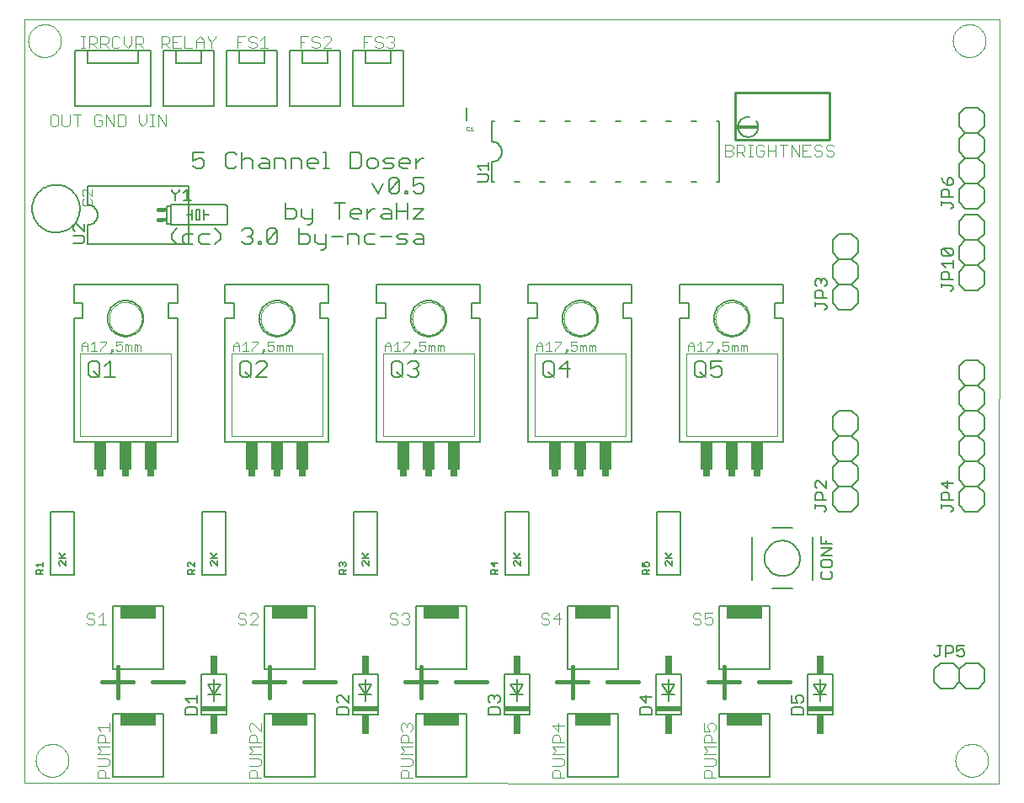
<source format=gto>
G75*
G70*
%OFA0B0*%
%FSLAX24Y24*%
%IPPOS*%
%LPD*%
%AMOC8*
5,1,8,0,0,1.08239X$1,22.5*
%
%ADD10C,0.0000*%
%ADD11C,0.0060*%
%ADD12C,0.0160*%
%ADD13C,0.0040*%
%ADD14C,0.0070*%
%ADD15C,0.0020*%
%ADD16R,0.0300X0.0250*%
%ADD17R,0.0500X0.1100*%
%ADD18C,0.0050*%
%ADD19R,0.1000X0.0200*%
%ADD20R,0.0300X0.0750*%
%ADD21C,0.0080*%
%ADD22C,0.0100*%
%ADD23R,0.0748X0.0118*%
%ADD24C,0.0010*%
%ADD25R,0.0230X0.0160*%
%ADD26C,0.0030*%
%ADD27R,0.1400X0.0500*%
D10*
X000433Y000333D02*
X000433Y030581D01*
X039029Y030581D01*
X039009Y000303D01*
X000433Y000333D01*
X000883Y001233D02*
X000885Y001283D01*
X000891Y001333D01*
X000901Y001383D01*
X000914Y001431D01*
X000931Y001479D01*
X000952Y001525D01*
X000976Y001569D01*
X001004Y001611D01*
X001035Y001651D01*
X001069Y001688D01*
X001106Y001723D01*
X001145Y001754D01*
X001186Y001783D01*
X001230Y001808D01*
X001276Y001830D01*
X001323Y001848D01*
X001371Y001862D01*
X001420Y001873D01*
X001470Y001880D01*
X001520Y001883D01*
X001571Y001882D01*
X001621Y001877D01*
X001671Y001868D01*
X001719Y001856D01*
X001767Y001839D01*
X001813Y001819D01*
X001858Y001796D01*
X001901Y001769D01*
X001941Y001739D01*
X001979Y001706D01*
X002014Y001670D01*
X002047Y001631D01*
X002076Y001590D01*
X002102Y001547D01*
X002125Y001502D01*
X002144Y001455D01*
X002159Y001407D01*
X002171Y001358D01*
X002179Y001308D01*
X002183Y001258D01*
X002183Y001208D01*
X002179Y001158D01*
X002171Y001108D01*
X002159Y001059D01*
X002144Y001011D01*
X002125Y000964D01*
X002102Y000919D01*
X002076Y000876D01*
X002047Y000835D01*
X002014Y000796D01*
X001979Y000760D01*
X001941Y000727D01*
X001901Y000697D01*
X001858Y000670D01*
X001813Y000647D01*
X001767Y000627D01*
X001719Y000610D01*
X001671Y000598D01*
X001621Y000589D01*
X001571Y000584D01*
X001520Y000583D01*
X001470Y000586D01*
X001420Y000593D01*
X001371Y000604D01*
X001323Y000618D01*
X001276Y000636D01*
X001230Y000658D01*
X001186Y000683D01*
X001145Y000712D01*
X001106Y000743D01*
X001069Y000778D01*
X001035Y000815D01*
X001004Y000855D01*
X000976Y000897D01*
X000952Y000941D01*
X000931Y000987D01*
X000914Y001035D01*
X000901Y001083D01*
X000891Y001133D01*
X000885Y001183D01*
X000883Y001233D01*
X003786Y018736D02*
X003788Y018786D01*
X003794Y018836D01*
X003804Y018886D01*
X003817Y018934D01*
X003834Y018982D01*
X003855Y019028D01*
X003879Y019072D01*
X003907Y019114D01*
X003938Y019154D01*
X003972Y019191D01*
X004009Y019226D01*
X004048Y019257D01*
X004089Y019286D01*
X004133Y019311D01*
X004179Y019333D01*
X004226Y019351D01*
X004274Y019365D01*
X004323Y019376D01*
X004373Y019383D01*
X004423Y019386D01*
X004474Y019385D01*
X004524Y019380D01*
X004574Y019371D01*
X004622Y019359D01*
X004670Y019342D01*
X004716Y019322D01*
X004761Y019299D01*
X004804Y019272D01*
X004844Y019242D01*
X004882Y019209D01*
X004917Y019173D01*
X004950Y019134D01*
X004979Y019093D01*
X005005Y019050D01*
X005028Y019005D01*
X005047Y018958D01*
X005062Y018910D01*
X005074Y018861D01*
X005082Y018811D01*
X005086Y018761D01*
X005086Y018711D01*
X005082Y018661D01*
X005074Y018611D01*
X005062Y018562D01*
X005047Y018514D01*
X005028Y018467D01*
X005005Y018422D01*
X004979Y018379D01*
X004950Y018338D01*
X004917Y018299D01*
X004882Y018263D01*
X004844Y018230D01*
X004804Y018200D01*
X004761Y018173D01*
X004716Y018150D01*
X004670Y018130D01*
X004622Y018113D01*
X004574Y018101D01*
X004524Y018092D01*
X004474Y018087D01*
X004423Y018086D01*
X004373Y018089D01*
X004323Y018096D01*
X004274Y018107D01*
X004226Y018121D01*
X004179Y018139D01*
X004133Y018161D01*
X004089Y018186D01*
X004048Y018215D01*
X004009Y018246D01*
X003972Y018281D01*
X003938Y018318D01*
X003907Y018358D01*
X003879Y018400D01*
X003855Y018444D01*
X003834Y018490D01*
X003817Y018538D01*
X003804Y018586D01*
X003794Y018636D01*
X003788Y018686D01*
X003786Y018736D01*
X009783Y018733D02*
X009785Y018783D01*
X009791Y018833D01*
X009801Y018883D01*
X009814Y018931D01*
X009831Y018979D01*
X009852Y019025D01*
X009876Y019069D01*
X009904Y019111D01*
X009935Y019151D01*
X009969Y019188D01*
X010006Y019223D01*
X010045Y019254D01*
X010086Y019283D01*
X010130Y019308D01*
X010176Y019330D01*
X010223Y019348D01*
X010271Y019362D01*
X010320Y019373D01*
X010370Y019380D01*
X010420Y019383D01*
X010471Y019382D01*
X010521Y019377D01*
X010571Y019368D01*
X010619Y019356D01*
X010667Y019339D01*
X010713Y019319D01*
X010758Y019296D01*
X010801Y019269D01*
X010841Y019239D01*
X010879Y019206D01*
X010914Y019170D01*
X010947Y019131D01*
X010976Y019090D01*
X011002Y019047D01*
X011025Y019002D01*
X011044Y018955D01*
X011059Y018907D01*
X011071Y018858D01*
X011079Y018808D01*
X011083Y018758D01*
X011083Y018708D01*
X011079Y018658D01*
X011071Y018608D01*
X011059Y018559D01*
X011044Y018511D01*
X011025Y018464D01*
X011002Y018419D01*
X010976Y018376D01*
X010947Y018335D01*
X010914Y018296D01*
X010879Y018260D01*
X010841Y018227D01*
X010801Y018197D01*
X010758Y018170D01*
X010713Y018147D01*
X010667Y018127D01*
X010619Y018110D01*
X010571Y018098D01*
X010521Y018089D01*
X010471Y018084D01*
X010420Y018083D01*
X010370Y018086D01*
X010320Y018093D01*
X010271Y018104D01*
X010223Y018118D01*
X010176Y018136D01*
X010130Y018158D01*
X010086Y018183D01*
X010045Y018212D01*
X010006Y018243D01*
X009969Y018278D01*
X009935Y018315D01*
X009904Y018355D01*
X009876Y018397D01*
X009852Y018441D01*
X009831Y018487D01*
X009814Y018535D01*
X009801Y018583D01*
X009791Y018633D01*
X009785Y018683D01*
X009783Y018733D01*
X015783Y018733D02*
X015785Y018783D01*
X015791Y018833D01*
X015801Y018883D01*
X015814Y018931D01*
X015831Y018979D01*
X015852Y019025D01*
X015876Y019069D01*
X015904Y019111D01*
X015935Y019151D01*
X015969Y019188D01*
X016006Y019223D01*
X016045Y019254D01*
X016086Y019283D01*
X016130Y019308D01*
X016176Y019330D01*
X016223Y019348D01*
X016271Y019362D01*
X016320Y019373D01*
X016370Y019380D01*
X016420Y019383D01*
X016471Y019382D01*
X016521Y019377D01*
X016571Y019368D01*
X016619Y019356D01*
X016667Y019339D01*
X016713Y019319D01*
X016758Y019296D01*
X016801Y019269D01*
X016841Y019239D01*
X016879Y019206D01*
X016914Y019170D01*
X016947Y019131D01*
X016976Y019090D01*
X017002Y019047D01*
X017025Y019002D01*
X017044Y018955D01*
X017059Y018907D01*
X017071Y018858D01*
X017079Y018808D01*
X017083Y018758D01*
X017083Y018708D01*
X017079Y018658D01*
X017071Y018608D01*
X017059Y018559D01*
X017044Y018511D01*
X017025Y018464D01*
X017002Y018419D01*
X016976Y018376D01*
X016947Y018335D01*
X016914Y018296D01*
X016879Y018260D01*
X016841Y018227D01*
X016801Y018197D01*
X016758Y018170D01*
X016713Y018147D01*
X016667Y018127D01*
X016619Y018110D01*
X016571Y018098D01*
X016521Y018089D01*
X016471Y018084D01*
X016420Y018083D01*
X016370Y018086D01*
X016320Y018093D01*
X016271Y018104D01*
X016223Y018118D01*
X016176Y018136D01*
X016130Y018158D01*
X016086Y018183D01*
X016045Y018212D01*
X016006Y018243D01*
X015969Y018278D01*
X015935Y018315D01*
X015904Y018355D01*
X015876Y018397D01*
X015852Y018441D01*
X015831Y018487D01*
X015814Y018535D01*
X015801Y018583D01*
X015791Y018633D01*
X015785Y018683D01*
X015783Y018733D01*
X021783Y018733D02*
X021785Y018783D01*
X021791Y018833D01*
X021801Y018883D01*
X021814Y018931D01*
X021831Y018979D01*
X021852Y019025D01*
X021876Y019069D01*
X021904Y019111D01*
X021935Y019151D01*
X021969Y019188D01*
X022006Y019223D01*
X022045Y019254D01*
X022086Y019283D01*
X022130Y019308D01*
X022176Y019330D01*
X022223Y019348D01*
X022271Y019362D01*
X022320Y019373D01*
X022370Y019380D01*
X022420Y019383D01*
X022471Y019382D01*
X022521Y019377D01*
X022571Y019368D01*
X022619Y019356D01*
X022667Y019339D01*
X022713Y019319D01*
X022758Y019296D01*
X022801Y019269D01*
X022841Y019239D01*
X022879Y019206D01*
X022914Y019170D01*
X022947Y019131D01*
X022976Y019090D01*
X023002Y019047D01*
X023025Y019002D01*
X023044Y018955D01*
X023059Y018907D01*
X023071Y018858D01*
X023079Y018808D01*
X023083Y018758D01*
X023083Y018708D01*
X023079Y018658D01*
X023071Y018608D01*
X023059Y018559D01*
X023044Y018511D01*
X023025Y018464D01*
X023002Y018419D01*
X022976Y018376D01*
X022947Y018335D01*
X022914Y018296D01*
X022879Y018260D01*
X022841Y018227D01*
X022801Y018197D01*
X022758Y018170D01*
X022713Y018147D01*
X022667Y018127D01*
X022619Y018110D01*
X022571Y018098D01*
X022521Y018089D01*
X022471Y018084D01*
X022420Y018083D01*
X022370Y018086D01*
X022320Y018093D01*
X022271Y018104D01*
X022223Y018118D01*
X022176Y018136D01*
X022130Y018158D01*
X022086Y018183D01*
X022045Y018212D01*
X022006Y018243D01*
X021969Y018278D01*
X021935Y018315D01*
X021904Y018355D01*
X021876Y018397D01*
X021852Y018441D01*
X021831Y018487D01*
X021814Y018535D01*
X021801Y018583D01*
X021791Y018633D01*
X021785Y018683D01*
X021783Y018733D01*
X027783Y018733D02*
X027785Y018783D01*
X027791Y018833D01*
X027801Y018883D01*
X027814Y018931D01*
X027831Y018979D01*
X027852Y019025D01*
X027876Y019069D01*
X027904Y019111D01*
X027935Y019151D01*
X027969Y019188D01*
X028006Y019223D01*
X028045Y019254D01*
X028086Y019283D01*
X028130Y019308D01*
X028176Y019330D01*
X028223Y019348D01*
X028271Y019362D01*
X028320Y019373D01*
X028370Y019380D01*
X028420Y019383D01*
X028471Y019382D01*
X028521Y019377D01*
X028571Y019368D01*
X028619Y019356D01*
X028667Y019339D01*
X028713Y019319D01*
X028758Y019296D01*
X028801Y019269D01*
X028841Y019239D01*
X028879Y019206D01*
X028914Y019170D01*
X028947Y019131D01*
X028976Y019090D01*
X029002Y019047D01*
X029025Y019002D01*
X029044Y018955D01*
X029059Y018907D01*
X029071Y018858D01*
X029079Y018808D01*
X029083Y018758D01*
X029083Y018708D01*
X029079Y018658D01*
X029071Y018608D01*
X029059Y018559D01*
X029044Y018511D01*
X029025Y018464D01*
X029002Y018419D01*
X028976Y018376D01*
X028947Y018335D01*
X028914Y018296D01*
X028879Y018260D01*
X028841Y018227D01*
X028801Y018197D01*
X028758Y018170D01*
X028713Y018147D01*
X028667Y018127D01*
X028619Y018110D01*
X028571Y018098D01*
X028521Y018089D01*
X028471Y018084D01*
X028420Y018083D01*
X028370Y018086D01*
X028320Y018093D01*
X028271Y018104D01*
X028223Y018118D01*
X028176Y018136D01*
X028130Y018158D01*
X028086Y018183D01*
X028045Y018212D01*
X028006Y018243D01*
X027969Y018278D01*
X027935Y018315D01*
X027904Y018355D01*
X027876Y018397D01*
X027852Y018441D01*
X027831Y018487D01*
X027814Y018535D01*
X027801Y018583D01*
X027791Y018633D01*
X027785Y018683D01*
X027783Y018733D01*
X037183Y029733D02*
X037185Y029783D01*
X037191Y029833D01*
X037201Y029883D01*
X037214Y029931D01*
X037231Y029979D01*
X037252Y030025D01*
X037276Y030069D01*
X037304Y030111D01*
X037335Y030151D01*
X037369Y030188D01*
X037406Y030223D01*
X037445Y030254D01*
X037486Y030283D01*
X037530Y030308D01*
X037576Y030330D01*
X037623Y030348D01*
X037671Y030362D01*
X037720Y030373D01*
X037770Y030380D01*
X037820Y030383D01*
X037871Y030382D01*
X037921Y030377D01*
X037971Y030368D01*
X038019Y030356D01*
X038067Y030339D01*
X038113Y030319D01*
X038158Y030296D01*
X038201Y030269D01*
X038241Y030239D01*
X038279Y030206D01*
X038314Y030170D01*
X038347Y030131D01*
X038376Y030090D01*
X038402Y030047D01*
X038425Y030002D01*
X038444Y029955D01*
X038459Y029907D01*
X038471Y029858D01*
X038479Y029808D01*
X038483Y029758D01*
X038483Y029708D01*
X038479Y029658D01*
X038471Y029608D01*
X038459Y029559D01*
X038444Y029511D01*
X038425Y029464D01*
X038402Y029419D01*
X038376Y029376D01*
X038347Y029335D01*
X038314Y029296D01*
X038279Y029260D01*
X038241Y029227D01*
X038201Y029197D01*
X038158Y029170D01*
X038113Y029147D01*
X038067Y029127D01*
X038019Y029110D01*
X037971Y029098D01*
X037921Y029089D01*
X037871Y029084D01*
X037820Y029083D01*
X037770Y029086D01*
X037720Y029093D01*
X037671Y029104D01*
X037623Y029118D01*
X037576Y029136D01*
X037530Y029158D01*
X037486Y029183D01*
X037445Y029212D01*
X037406Y029243D01*
X037369Y029278D01*
X037335Y029315D01*
X037304Y029355D01*
X037276Y029397D01*
X037252Y029441D01*
X037231Y029487D01*
X037214Y029535D01*
X037201Y029583D01*
X037191Y029633D01*
X037185Y029683D01*
X037183Y029733D01*
X000583Y029733D02*
X000585Y029783D01*
X000591Y029833D01*
X000601Y029883D01*
X000614Y029931D01*
X000631Y029979D01*
X000652Y030025D01*
X000676Y030069D01*
X000704Y030111D01*
X000735Y030151D01*
X000769Y030188D01*
X000806Y030223D01*
X000845Y030254D01*
X000886Y030283D01*
X000930Y030308D01*
X000976Y030330D01*
X001023Y030348D01*
X001071Y030362D01*
X001120Y030373D01*
X001170Y030380D01*
X001220Y030383D01*
X001271Y030382D01*
X001321Y030377D01*
X001371Y030368D01*
X001419Y030356D01*
X001467Y030339D01*
X001513Y030319D01*
X001558Y030296D01*
X001601Y030269D01*
X001641Y030239D01*
X001679Y030206D01*
X001714Y030170D01*
X001747Y030131D01*
X001776Y030090D01*
X001802Y030047D01*
X001825Y030002D01*
X001844Y029955D01*
X001859Y029907D01*
X001871Y029858D01*
X001879Y029808D01*
X001883Y029758D01*
X001883Y029708D01*
X001879Y029658D01*
X001871Y029608D01*
X001859Y029559D01*
X001844Y029511D01*
X001825Y029464D01*
X001802Y029419D01*
X001776Y029376D01*
X001747Y029335D01*
X001714Y029296D01*
X001679Y029260D01*
X001641Y029227D01*
X001601Y029197D01*
X001558Y029170D01*
X001513Y029147D01*
X001467Y029127D01*
X001419Y029110D01*
X001371Y029098D01*
X001321Y029089D01*
X001271Y029084D01*
X001220Y029083D01*
X001170Y029086D01*
X001120Y029093D01*
X001071Y029104D01*
X001023Y029118D01*
X000976Y029136D01*
X000930Y029158D01*
X000886Y029183D01*
X000845Y029212D01*
X000806Y029243D01*
X000769Y029278D01*
X000735Y029315D01*
X000704Y029355D01*
X000676Y029397D01*
X000652Y029441D01*
X000631Y029487D01*
X000614Y029535D01*
X000601Y029583D01*
X000591Y029633D01*
X000585Y029683D01*
X000583Y029733D01*
X037283Y001233D02*
X037285Y001283D01*
X037291Y001333D01*
X037301Y001383D01*
X037314Y001431D01*
X037331Y001479D01*
X037352Y001525D01*
X037376Y001569D01*
X037404Y001611D01*
X037435Y001651D01*
X037469Y001688D01*
X037506Y001723D01*
X037545Y001754D01*
X037586Y001783D01*
X037630Y001808D01*
X037676Y001830D01*
X037723Y001848D01*
X037771Y001862D01*
X037820Y001873D01*
X037870Y001880D01*
X037920Y001883D01*
X037971Y001882D01*
X038021Y001877D01*
X038071Y001868D01*
X038119Y001856D01*
X038167Y001839D01*
X038213Y001819D01*
X038258Y001796D01*
X038301Y001769D01*
X038341Y001739D01*
X038379Y001706D01*
X038414Y001670D01*
X038447Y001631D01*
X038476Y001590D01*
X038502Y001547D01*
X038525Y001502D01*
X038544Y001455D01*
X038559Y001407D01*
X038571Y001358D01*
X038579Y001308D01*
X038583Y001258D01*
X038583Y001208D01*
X038579Y001158D01*
X038571Y001108D01*
X038559Y001059D01*
X038544Y001011D01*
X038525Y000964D01*
X038502Y000919D01*
X038476Y000876D01*
X038447Y000835D01*
X038414Y000796D01*
X038379Y000760D01*
X038341Y000727D01*
X038301Y000697D01*
X038258Y000670D01*
X038213Y000647D01*
X038167Y000627D01*
X038119Y000610D01*
X038071Y000598D01*
X038021Y000589D01*
X037971Y000584D01*
X037920Y000583D01*
X037870Y000586D01*
X037820Y000593D01*
X037771Y000604D01*
X037723Y000618D01*
X037676Y000636D01*
X037630Y000658D01*
X037586Y000683D01*
X037545Y000712D01*
X037506Y000743D01*
X037469Y000778D01*
X037435Y000815D01*
X037404Y000855D01*
X037376Y000897D01*
X037352Y000941D01*
X037331Y000987D01*
X037314Y001035D01*
X037301Y001083D01*
X037291Y001133D01*
X037285Y001183D01*
X037283Y001233D01*
D11*
X037186Y004088D02*
X036686Y004088D01*
X036436Y004338D01*
X036436Y004838D01*
X036686Y005088D01*
X037186Y005088D01*
X037436Y004838D01*
X037686Y005088D01*
X038186Y005088D01*
X038436Y004838D01*
X038436Y004338D01*
X038186Y004088D01*
X037686Y004088D01*
X037436Y004338D01*
X037186Y004088D01*
X037436Y004338D02*
X037436Y004838D01*
X032433Y004633D02*
X032433Y003033D01*
X031433Y003033D01*
X031433Y004633D01*
X032433Y004633D01*
X032183Y004233D02*
X031933Y003833D01*
X032183Y003833D01*
X031933Y003833D02*
X031933Y003583D01*
X031933Y003833D02*
X031683Y003833D01*
X031933Y003833D02*
X031683Y004233D01*
X032183Y004233D01*
X031933Y004433D02*
X031933Y003833D01*
X026433Y004633D02*
X026433Y003033D01*
X025433Y003033D01*
X025433Y004633D01*
X026433Y004633D01*
X026183Y004233D02*
X025933Y003833D01*
X026183Y003833D01*
X025933Y003833D02*
X025683Y003833D01*
X025933Y003833D02*
X025683Y004233D01*
X026183Y004233D01*
X025933Y004433D02*
X025933Y003833D01*
X025933Y003583D01*
X020433Y003033D02*
X019433Y003033D01*
X019433Y004633D01*
X020433Y004633D01*
X020433Y003033D01*
X019933Y003583D02*
X019933Y003833D01*
X020183Y003833D01*
X019933Y003833D02*
X019683Y004233D01*
X020183Y004233D01*
X019933Y003833D01*
X019683Y003833D01*
X019933Y003833D02*
X019933Y004433D01*
X014433Y004633D02*
X014433Y003033D01*
X013433Y003033D01*
X013433Y004633D01*
X014433Y004633D01*
X014183Y004233D02*
X013933Y003833D01*
X014183Y003833D01*
X013933Y003833D02*
X013933Y003583D01*
X013933Y003833D02*
X013683Y003833D01*
X013933Y003833D02*
X013683Y004233D01*
X014183Y004233D01*
X013933Y004433D02*
X013933Y003833D01*
X008440Y003037D02*
X007440Y003037D01*
X007440Y004637D01*
X008440Y004637D01*
X008440Y003037D01*
X007940Y003587D02*
X007940Y003837D01*
X008190Y003837D01*
X007940Y003837D02*
X007690Y003837D01*
X007940Y003837D02*
X007690Y004237D01*
X008190Y004237D01*
X007940Y003837D01*
X007940Y004437D01*
X008383Y013833D02*
X008383Y018733D01*
X008733Y018733D01*
X008733Y019333D01*
X008383Y019333D01*
X008383Y020083D01*
X012483Y020083D01*
X012483Y019333D01*
X012133Y019333D01*
X012133Y018733D01*
X012483Y018733D01*
X012483Y013833D01*
X008383Y013833D01*
X006486Y013836D02*
X006486Y018736D01*
X006136Y018736D01*
X006136Y019336D01*
X006486Y019336D01*
X006486Y020086D01*
X002386Y020086D01*
X002386Y019336D01*
X002736Y019336D01*
X002736Y018736D01*
X002386Y018736D01*
X002386Y013836D01*
X006486Y013836D01*
X003726Y018736D02*
X003728Y018789D01*
X003734Y018842D01*
X003744Y018894D01*
X003758Y018945D01*
X003775Y018995D01*
X003796Y019044D01*
X003821Y019091D01*
X003849Y019136D01*
X003881Y019179D01*
X003916Y019219D01*
X003953Y019256D01*
X003993Y019291D01*
X004036Y019323D01*
X004081Y019351D01*
X004128Y019376D01*
X004177Y019397D01*
X004227Y019414D01*
X004278Y019428D01*
X004330Y019438D01*
X004383Y019444D01*
X004436Y019446D01*
X004489Y019444D01*
X004542Y019438D01*
X004594Y019428D01*
X004645Y019414D01*
X004695Y019397D01*
X004744Y019376D01*
X004791Y019351D01*
X004836Y019323D01*
X004879Y019291D01*
X004919Y019256D01*
X004956Y019219D01*
X004991Y019179D01*
X005023Y019136D01*
X005051Y019091D01*
X005076Y019044D01*
X005097Y018995D01*
X005114Y018945D01*
X005128Y018894D01*
X005138Y018842D01*
X005144Y018789D01*
X005146Y018736D01*
X005144Y018683D01*
X005138Y018630D01*
X005128Y018578D01*
X005114Y018527D01*
X005097Y018477D01*
X005076Y018428D01*
X005051Y018381D01*
X005023Y018336D01*
X004991Y018293D01*
X004956Y018253D01*
X004919Y018216D01*
X004879Y018181D01*
X004836Y018149D01*
X004791Y018121D01*
X004744Y018096D01*
X004695Y018075D01*
X004645Y018058D01*
X004594Y018044D01*
X004542Y018034D01*
X004489Y018028D01*
X004436Y018026D01*
X004383Y018028D01*
X004330Y018034D01*
X004278Y018044D01*
X004227Y018058D01*
X004177Y018075D01*
X004128Y018096D01*
X004081Y018121D01*
X004036Y018149D01*
X003993Y018181D01*
X003953Y018216D01*
X003916Y018253D01*
X003881Y018293D01*
X003849Y018336D01*
X003821Y018381D01*
X003796Y018428D01*
X003775Y018477D01*
X003758Y018527D01*
X003744Y018578D01*
X003734Y018630D01*
X003728Y018683D01*
X003726Y018736D01*
X006472Y021663D02*
X006258Y021876D01*
X006258Y022090D01*
X006472Y022303D01*
X006233Y022433D02*
X006233Y022483D01*
X006233Y023183D01*
X006233Y023233D01*
X008383Y023233D01*
X008400Y023231D01*
X008417Y023227D01*
X008433Y023220D01*
X008447Y023210D01*
X008460Y023197D01*
X008470Y023183D01*
X008477Y023167D01*
X008481Y023150D01*
X008483Y023133D01*
X008483Y022533D01*
X008481Y022516D01*
X008477Y022499D01*
X008470Y022483D01*
X008460Y022469D01*
X008447Y022456D01*
X008433Y022446D01*
X008417Y022439D01*
X008400Y022435D01*
X008383Y022433D01*
X006233Y022433D01*
X006233Y022483D02*
X006083Y022483D01*
X006083Y023183D01*
X006233Y023183D01*
X006883Y022833D02*
X007083Y022833D01*
X007083Y022633D01*
X007233Y022633D02*
X007383Y022633D01*
X007383Y023033D01*
X007233Y023033D01*
X007233Y022633D01*
X007083Y022833D02*
X007083Y023033D01*
X007533Y023033D02*
X007533Y022833D01*
X007533Y022633D01*
X007533Y022833D02*
X007733Y022833D01*
X007977Y022303D02*
X008190Y022090D01*
X008190Y021876D01*
X007977Y021663D01*
X007759Y021663D02*
X007439Y021663D01*
X007332Y021769D01*
X007332Y021983D01*
X007439Y022090D01*
X007759Y022090D01*
X007115Y022090D02*
X006794Y022090D01*
X006688Y021983D01*
X006688Y021769D01*
X006794Y021663D01*
X007115Y021663D01*
X006933Y021683D02*
X006933Y023983D01*
X002933Y023983D01*
X002933Y023233D01*
X002972Y023231D01*
X003011Y023225D01*
X003049Y023216D01*
X003086Y023203D01*
X003122Y023186D01*
X003155Y023166D01*
X003187Y023142D01*
X003216Y023116D01*
X003242Y023087D01*
X003266Y023055D01*
X003286Y023022D01*
X003303Y022986D01*
X003316Y022949D01*
X003325Y022911D01*
X003331Y022872D01*
X003333Y022833D01*
X003331Y022794D01*
X003325Y022755D01*
X003316Y022717D01*
X003303Y022680D01*
X003286Y022644D01*
X003266Y022611D01*
X003242Y022579D01*
X003216Y022550D01*
X003187Y022524D01*
X003155Y022500D01*
X003122Y022480D01*
X003086Y022463D01*
X003049Y022450D01*
X003011Y022441D01*
X002972Y022435D01*
X002933Y022433D01*
X002933Y021683D01*
X006933Y021683D01*
X009051Y021769D02*
X009158Y021663D01*
X009371Y021663D01*
X009478Y021769D01*
X009478Y021876D01*
X009371Y021983D01*
X009264Y021983D01*
X009371Y021983D02*
X009478Y022090D01*
X009478Y022196D01*
X009371Y022303D01*
X009158Y022303D01*
X009051Y022196D01*
X009696Y021769D02*
X009802Y021769D01*
X009802Y021663D01*
X009696Y021663D01*
X009696Y021769D01*
X010018Y021769D02*
X010124Y021663D01*
X010338Y021663D01*
X010445Y021769D01*
X010445Y022196D01*
X010018Y021769D01*
X010018Y022196D01*
X010124Y022303D01*
X010338Y022303D01*
X010445Y022196D01*
X010770Y022663D02*
X011090Y022663D01*
X011197Y022769D01*
X011197Y022983D01*
X011090Y023090D01*
X010770Y023090D01*
X010770Y023303D02*
X010770Y022663D01*
X011307Y022303D02*
X011307Y021663D01*
X011627Y021663D01*
X011734Y021769D01*
X011734Y021983D01*
X011627Y022090D01*
X011307Y022090D01*
X011628Y022449D02*
X011735Y022449D01*
X011841Y022556D01*
X011841Y023090D01*
X011414Y023090D02*
X011414Y022769D01*
X011521Y022663D01*
X011841Y022663D01*
X011951Y022090D02*
X011951Y021769D01*
X012058Y021663D01*
X012378Y021663D01*
X012378Y021556D02*
X012272Y021449D01*
X012165Y021449D01*
X012378Y021556D02*
X012378Y022090D01*
X012596Y021983D02*
X013023Y021983D01*
X013240Y022090D02*
X013240Y021663D01*
X013667Y021663D02*
X013667Y021983D01*
X013561Y022090D01*
X013240Y022090D01*
X013455Y022663D02*
X013348Y022769D01*
X013348Y022983D01*
X013455Y023090D01*
X013668Y023090D01*
X013775Y022983D01*
X013775Y022876D01*
X013348Y022876D01*
X013455Y022663D02*
X013668Y022663D01*
X013993Y022663D02*
X013993Y023090D01*
X014206Y023090D02*
X013993Y022876D01*
X014206Y023090D02*
X014313Y023090D01*
X014636Y023090D02*
X014850Y023090D01*
X014957Y022983D01*
X014957Y022663D01*
X014636Y022663D01*
X014530Y022769D01*
X014636Y022876D01*
X014957Y022876D01*
X015174Y022983D02*
X015601Y022983D01*
X015819Y023090D02*
X016246Y023090D01*
X015819Y022663D01*
X016246Y022663D01*
X016139Y022090D02*
X015925Y022090D01*
X016139Y022090D02*
X016246Y021983D01*
X016246Y021663D01*
X015925Y021663D01*
X015819Y021769D01*
X015925Y021876D01*
X016246Y021876D01*
X015601Y021769D02*
X015494Y021663D01*
X015174Y021663D01*
X015281Y021876D02*
X015174Y021983D01*
X015281Y022090D01*
X015601Y022090D01*
X015494Y021876D02*
X015281Y021876D01*
X015494Y021876D02*
X015601Y021769D01*
X014956Y021983D02*
X014529Y021983D01*
X014312Y022090D02*
X013992Y022090D01*
X013885Y021983D01*
X013885Y021769D01*
X013992Y021663D01*
X014312Y021663D01*
X015174Y022663D02*
X015174Y023303D01*
X015172Y023663D02*
X014959Y023663D01*
X014852Y023769D01*
X015279Y024196D01*
X015279Y023769D01*
X015172Y023663D01*
X015497Y023663D02*
X015603Y023663D01*
X015603Y023769D01*
X015497Y023769D01*
X015497Y023663D01*
X015819Y023769D02*
X015926Y023663D01*
X016139Y023663D01*
X016246Y023769D01*
X016246Y023983D01*
X016139Y024090D01*
X016032Y024090D01*
X015819Y023983D01*
X015819Y024303D01*
X016246Y024303D01*
X015926Y024663D02*
X015926Y025090D01*
X016139Y025090D02*
X015926Y024876D01*
X015708Y024876D02*
X015281Y024876D01*
X015281Y024769D02*
X015281Y024983D01*
X015388Y025090D01*
X015602Y025090D01*
X015708Y024983D01*
X015708Y024876D01*
X015602Y024663D02*
X015388Y024663D01*
X015281Y024769D01*
X015064Y024769D02*
X014957Y024876D01*
X014744Y024876D01*
X014637Y024983D01*
X014744Y025090D01*
X015064Y025090D01*
X015064Y024769D02*
X014957Y024663D01*
X014637Y024663D01*
X014419Y024769D02*
X014419Y024983D01*
X014313Y025090D01*
X014099Y025090D01*
X013992Y024983D01*
X013992Y024769D01*
X014099Y024663D01*
X014313Y024663D01*
X014419Y024769D01*
X013775Y024769D02*
X013775Y025196D01*
X013668Y025303D01*
X013348Y025303D01*
X013348Y024663D01*
X013668Y024663D01*
X013775Y024769D01*
X014207Y024090D02*
X014421Y023663D01*
X014634Y024090D01*
X014852Y024196D02*
X014852Y023769D01*
X014852Y024196D02*
X014959Y024303D01*
X015172Y024303D01*
X015279Y024196D01*
X015601Y023303D02*
X015601Y022663D01*
X013130Y023303D02*
X012703Y023303D01*
X012917Y023303D02*
X012917Y022663D01*
X012487Y024663D02*
X012274Y024663D01*
X012380Y024663D02*
X012380Y025303D01*
X012274Y025303D01*
X012056Y024983D02*
X012056Y024876D01*
X011629Y024876D01*
X011629Y024769D02*
X011629Y024983D01*
X011736Y025090D01*
X011949Y025090D01*
X012056Y024983D01*
X011949Y024663D02*
X011736Y024663D01*
X011629Y024769D01*
X011412Y024663D02*
X011412Y024983D01*
X011305Y025090D01*
X010985Y025090D01*
X010985Y024663D01*
X010767Y024663D02*
X010767Y024983D01*
X010660Y025090D01*
X010340Y025090D01*
X010340Y024663D01*
X010123Y024663D02*
X010123Y024983D01*
X010016Y025090D01*
X009802Y025090D01*
X009802Y024876D02*
X010123Y024876D01*
X010123Y024663D02*
X009802Y024663D01*
X009696Y024769D01*
X009802Y024876D01*
X009478Y024983D02*
X009478Y024663D01*
X009478Y024983D02*
X009371Y025090D01*
X009158Y025090D01*
X009051Y024983D01*
X008833Y025196D02*
X008727Y025303D01*
X008513Y025303D01*
X008406Y025196D01*
X008406Y024769D01*
X008513Y024663D01*
X008727Y024663D01*
X008833Y024769D01*
X009051Y024663D02*
X009051Y025303D01*
X007544Y025303D02*
X007117Y025303D01*
X007117Y024983D01*
X007331Y025090D01*
X007438Y025090D01*
X007544Y024983D01*
X007544Y024769D01*
X007438Y024663D01*
X007224Y024663D01*
X007117Y024769D01*
X014383Y020083D02*
X014383Y019333D01*
X014733Y019333D01*
X014733Y018733D01*
X014383Y018733D01*
X014383Y013833D01*
X018483Y013833D01*
X018483Y018733D01*
X018133Y018733D01*
X018133Y019333D01*
X018483Y019333D01*
X018483Y020083D01*
X014383Y020083D01*
X015723Y018733D02*
X015725Y018786D01*
X015731Y018839D01*
X015741Y018891D01*
X015755Y018942D01*
X015772Y018992D01*
X015793Y019041D01*
X015818Y019088D01*
X015846Y019133D01*
X015878Y019176D01*
X015913Y019216D01*
X015950Y019253D01*
X015990Y019288D01*
X016033Y019320D01*
X016078Y019348D01*
X016125Y019373D01*
X016174Y019394D01*
X016224Y019411D01*
X016275Y019425D01*
X016327Y019435D01*
X016380Y019441D01*
X016433Y019443D01*
X016486Y019441D01*
X016539Y019435D01*
X016591Y019425D01*
X016642Y019411D01*
X016692Y019394D01*
X016741Y019373D01*
X016788Y019348D01*
X016833Y019320D01*
X016876Y019288D01*
X016916Y019253D01*
X016953Y019216D01*
X016988Y019176D01*
X017020Y019133D01*
X017048Y019088D01*
X017073Y019041D01*
X017094Y018992D01*
X017111Y018942D01*
X017125Y018891D01*
X017135Y018839D01*
X017141Y018786D01*
X017143Y018733D01*
X017141Y018680D01*
X017135Y018627D01*
X017125Y018575D01*
X017111Y018524D01*
X017094Y018474D01*
X017073Y018425D01*
X017048Y018378D01*
X017020Y018333D01*
X016988Y018290D01*
X016953Y018250D01*
X016916Y018213D01*
X016876Y018178D01*
X016833Y018146D01*
X016788Y018118D01*
X016741Y018093D01*
X016692Y018072D01*
X016642Y018055D01*
X016591Y018041D01*
X016539Y018031D01*
X016486Y018025D01*
X016433Y018023D01*
X016380Y018025D01*
X016327Y018031D01*
X016275Y018041D01*
X016224Y018055D01*
X016174Y018072D01*
X016125Y018093D01*
X016078Y018118D01*
X016033Y018146D01*
X015990Y018178D01*
X015950Y018213D01*
X015913Y018250D01*
X015878Y018290D01*
X015846Y018333D01*
X015818Y018378D01*
X015793Y018425D01*
X015772Y018474D01*
X015755Y018524D01*
X015741Y018575D01*
X015731Y018627D01*
X015725Y018680D01*
X015723Y018733D01*
X020383Y018733D02*
X020733Y018733D01*
X020733Y019333D01*
X020383Y019333D01*
X020383Y020083D01*
X024483Y020083D01*
X024483Y019333D01*
X024133Y019333D01*
X024133Y018733D01*
X024483Y018733D01*
X024483Y013833D01*
X020383Y013833D01*
X020383Y018733D01*
X021723Y018733D02*
X021725Y018786D01*
X021731Y018839D01*
X021741Y018891D01*
X021755Y018942D01*
X021772Y018992D01*
X021793Y019041D01*
X021818Y019088D01*
X021846Y019133D01*
X021878Y019176D01*
X021913Y019216D01*
X021950Y019253D01*
X021990Y019288D01*
X022033Y019320D01*
X022078Y019348D01*
X022125Y019373D01*
X022174Y019394D01*
X022224Y019411D01*
X022275Y019425D01*
X022327Y019435D01*
X022380Y019441D01*
X022433Y019443D01*
X022486Y019441D01*
X022539Y019435D01*
X022591Y019425D01*
X022642Y019411D01*
X022692Y019394D01*
X022741Y019373D01*
X022788Y019348D01*
X022833Y019320D01*
X022876Y019288D01*
X022916Y019253D01*
X022953Y019216D01*
X022988Y019176D01*
X023020Y019133D01*
X023048Y019088D01*
X023073Y019041D01*
X023094Y018992D01*
X023111Y018942D01*
X023125Y018891D01*
X023135Y018839D01*
X023141Y018786D01*
X023143Y018733D01*
X023141Y018680D01*
X023135Y018627D01*
X023125Y018575D01*
X023111Y018524D01*
X023094Y018474D01*
X023073Y018425D01*
X023048Y018378D01*
X023020Y018333D01*
X022988Y018290D01*
X022953Y018250D01*
X022916Y018213D01*
X022876Y018178D01*
X022833Y018146D01*
X022788Y018118D01*
X022741Y018093D01*
X022692Y018072D01*
X022642Y018055D01*
X022591Y018041D01*
X022539Y018031D01*
X022486Y018025D01*
X022433Y018023D01*
X022380Y018025D01*
X022327Y018031D01*
X022275Y018041D01*
X022224Y018055D01*
X022174Y018072D01*
X022125Y018093D01*
X022078Y018118D01*
X022033Y018146D01*
X021990Y018178D01*
X021950Y018213D01*
X021913Y018250D01*
X021878Y018290D01*
X021846Y018333D01*
X021818Y018378D01*
X021793Y018425D01*
X021772Y018474D01*
X021755Y018524D01*
X021741Y018575D01*
X021731Y018627D01*
X021725Y018680D01*
X021723Y018733D01*
X026383Y018733D02*
X026733Y018733D01*
X026733Y019333D01*
X026383Y019333D01*
X026383Y020083D01*
X030483Y020083D01*
X030483Y019333D01*
X030133Y019333D01*
X030133Y018733D01*
X030483Y018733D01*
X030483Y013833D01*
X026383Y013833D01*
X026383Y018733D01*
X027723Y018733D02*
X027725Y018786D01*
X027731Y018839D01*
X027741Y018891D01*
X027755Y018942D01*
X027772Y018992D01*
X027793Y019041D01*
X027818Y019088D01*
X027846Y019133D01*
X027878Y019176D01*
X027913Y019216D01*
X027950Y019253D01*
X027990Y019288D01*
X028033Y019320D01*
X028078Y019348D01*
X028125Y019373D01*
X028174Y019394D01*
X028224Y019411D01*
X028275Y019425D01*
X028327Y019435D01*
X028380Y019441D01*
X028433Y019443D01*
X028486Y019441D01*
X028539Y019435D01*
X028591Y019425D01*
X028642Y019411D01*
X028692Y019394D01*
X028741Y019373D01*
X028788Y019348D01*
X028833Y019320D01*
X028876Y019288D01*
X028916Y019253D01*
X028953Y019216D01*
X028988Y019176D01*
X029020Y019133D01*
X029048Y019088D01*
X029073Y019041D01*
X029094Y018992D01*
X029111Y018942D01*
X029125Y018891D01*
X029135Y018839D01*
X029141Y018786D01*
X029143Y018733D01*
X029141Y018680D01*
X029135Y018627D01*
X029125Y018575D01*
X029111Y018524D01*
X029094Y018474D01*
X029073Y018425D01*
X029048Y018378D01*
X029020Y018333D01*
X028988Y018290D01*
X028953Y018250D01*
X028916Y018213D01*
X028876Y018178D01*
X028833Y018146D01*
X028788Y018118D01*
X028741Y018093D01*
X028692Y018072D01*
X028642Y018055D01*
X028591Y018041D01*
X028539Y018031D01*
X028486Y018025D01*
X028433Y018023D01*
X028380Y018025D01*
X028327Y018031D01*
X028275Y018041D01*
X028224Y018055D01*
X028174Y018072D01*
X028125Y018093D01*
X028078Y018118D01*
X028033Y018146D01*
X027990Y018178D01*
X027950Y018213D01*
X027913Y018250D01*
X027878Y018290D01*
X027846Y018333D01*
X027818Y018378D01*
X027793Y018425D01*
X027772Y018474D01*
X027755Y018524D01*
X027741Y018575D01*
X027731Y018627D01*
X027725Y018680D01*
X027723Y018733D01*
X032433Y019333D02*
X032683Y019083D01*
X033183Y019083D01*
X033433Y019333D01*
X033433Y019833D01*
X033183Y020083D01*
X033433Y020333D01*
X033433Y020833D01*
X033183Y021083D01*
X033433Y021333D01*
X033433Y021833D01*
X033183Y022083D01*
X032683Y022083D01*
X032433Y021833D01*
X032433Y021333D01*
X032683Y021083D01*
X033183Y021083D01*
X032683Y021083D02*
X032433Y020833D01*
X032433Y020333D01*
X032683Y020083D01*
X033183Y020083D01*
X032683Y020083D02*
X032433Y019833D01*
X032433Y019333D01*
X037433Y020083D02*
X037683Y019833D01*
X038183Y019833D01*
X038433Y020083D01*
X038433Y020583D01*
X038183Y020833D01*
X038433Y021083D01*
X038433Y021583D01*
X038183Y021833D01*
X038433Y022083D01*
X038433Y022583D01*
X038183Y022833D01*
X037683Y022833D01*
X037433Y022583D01*
X037433Y022083D01*
X037683Y021833D01*
X038183Y021833D01*
X037683Y021833D02*
X037433Y021583D01*
X037433Y021083D01*
X037683Y020833D01*
X038183Y020833D01*
X037683Y020833D02*
X037433Y020583D01*
X037433Y020083D01*
X037683Y017083D02*
X038183Y017083D01*
X038433Y016833D01*
X038433Y016333D01*
X038183Y016083D01*
X038433Y015833D01*
X038433Y015333D01*
X038183Y015083D01*
X038433Y014833D01*
X038433Y014333D01*
X038183Y014083D01*
X038433Y013833D01*
X038433Y013333D01*
X038183Y013083D01*
X038433Y012833D01*
X038433Y012333D01*
X038183Y012083D01*
X038433Y011833D01*
X038433Y011333D01*
X038183Y011083D01*
X037683Y011083D01*
X037433Y011333D01*
X037433Y011833D01*
X037683Y012083D01*
X037433Y012333D01*
X037433Y012833D01*
X037683Y013083D01*
X038183Y013083D01*
X037683Y013083D02*
X037433Y013333D01*
X037433Y013833D01*
X037683Y014083D01*
X037433Y014333D01*
X037433Y014833D01*
X037683Y015083D01*
X037433Y015333D01*
X037433Y015833D01*
X037683Y016083D01*
X037433Y016333D01*
X037433Y016833D01*
X037683Y017083D01*
X037683Y016083D02*
X038183Y016083D01*
X038183Y015083D02*
X037683Y015083D01*
X037683Y014083D02*
X038183Y014083D01*
X038183Y012083D02*
X037683Y012083D01*
X033429Y012330D02*
X033179Y012080D01*
X033429Y011830D01*
X033429Y011330D01*
X033179Y011080D01*
X032679Y011080D01*
X032429Y011330D01*
X032429Y011830D01*
X032679Y012080D01*
X032429Y012330D01*
X032429Y012830D01*
X032679Y013080D01*
X033179Y013080D01*
X033429Y012830D01*
X033429Y012330D01*
X033179Y012080D02*
X032679Y012080D01*
X032679Y013080D02*
X032429Y013330D01*
X032429Y013830D01*
X032679Y014080D01*
X032429Y014330D01*
X032429Y014830D01*
X032679Y015080D01*
X033179Y015080D01*
X033429Y014830D01*
X033429Y014330D01*
X033179Y014080D01*
X033429Y013830D01*
X033429Y013330D01*
X033179Y013080D01*
X033179Y014080D02*
X032679Y014080D01*
X037683Y023083D02*
X037433Y023333D01*
X037433Y023833D01*
X037683Y024083D01*
X037433Y024333D01*
X037433Y024833D01*
X037683Y025083D01*
X038183Y025083D01*
X038433Y024833D01*
X038433Y024333D01*
X038183Y024083D01*
X038433Y023833D01*
X038433Y023333D01*
X038183Y023083D01*
X037683Y023083D01*
X037683Y024083D02*
X038183Y024083D01*
X038183Y025083D02*
X038433Y025333D01*
X038433Y025833D01*
X038183Y026083D01*
X038433Y026333D01*
X038433Y026833D01*
X038183Y027083D01*
X037683Y027083D01*
X037433Y026833D01*
X037433Y026333D01*
X037683Y026083D01*
X038183Y026083D01*
X037683Y026083D02*
X037433Y025833D01*
X037433Y025333D01*
X037683Y025083D01*
X029410Y026538D02*
X029430Y026504D01*
X029446Y026468D01*
X029459Y026431D01*
X029468Y026392D01*
X029473Y026353D01*
X029474Y026314D01*
X029471Y026275D01*
X029465Y026236D01*
X029455Y026198D01*
X029441Y026161D01*
X029423Y026126D01*
X029402Y026093D01*
X029378Y026062D01*
X029351Y026033D01*
X029321Y026008D01*
X029289Y025985D01*
X029255Y025965D01*
X029219Y025950D01*
X029182Y025937D01*
X029143Y025929D01*
X029104Y025924D01*
X029065Y025923D01*
X029026Y025926D01*
X028987Y025933D01*
X028949Y025944D01*
X028913Y025958D01*
X028878Y025976D01*
X028845Y025997D01*
X028814Y026022D01*
X028785Y026049D01*
X028760Y026079D01*
X028738Y026111D01*
X028719Y026146D01*
X028703Y026182D01*
X028691Y026219D01*
X028683Y026258D01*
X028679Y026297D01*
X028678Y026336D01*
X028682Y026375D01*
X028689Y026414D01*
X028700Y026452D01*
X028715Y026488D01*
X028733Y026523D01*
X028755Y026556D01*
X028779Y026586D01*
X028807Y026614D01*
X028837Y026639D01*
X028870Y026661D01*
X028904Y026680D01*
X028941Y026695D01*
X028978Y026707D01*
X029017Y026715D01*
X029056Y026718D01*
X029095Y026719D01*
X029134Y026715D01*
X016246Y025090D02*
X016139Y025090D01*
X009723Y018733D02*
X009725Y018786D01*
X009731Y018839D01*
X009741Y018891D01*
X009755Y018942D01*
X009772Y018992D01*
X009793Y019041D01*
X009818Y019088D01*
X009846Y019133D01*
X009878Y019176D01*
X009913Y019216D01*
X009950Y019253D01*
X009990Y019288D01*
X010033Y019320D01*
X010078Y019348D01*
X010125Y019373D01*
X010174Y019394D01*
X010224Y019411D01*
X010275Y019425D01*
X010327Y019435D01*
X010380Y019441D01*
X010433Y019443D01*
X010486Y019441D01*
X010539Y019435D01*
X010591Y019425D01*
X010642Y019411D01*
X010692Y019394D01*
X010741Y019373D01*
X010788Y019348D01*
X010833Y019320D01*
X010876Y019288D01*
X010916Y019253D01*
X010953Y019216D01*
X010988Y019176D01*
X011020Y019133D01*
X011048Y019088D01*
X011073Y019041D01*
X011094Y018992D01*
X011111Y018942D01*
X011125Y018891D01*
X011135Y018839D01*
X011141Y018786D01*
X011143Y018733D01*
X011141Y018680D01*
X011135Y018627D01*
X011125Y018575D01*
X011111Y018524D01*
X011094Y018474D01*
X011073Y018425D01*
X011048Y018378D01*
X011020Y018333D01*
X010988Y018290D01*
X010953Y018250D01*
X010916Y018213D01*
X010876Y018178D01*
X010833Y018146D01*
X010788Y018118D01*
X010741Y018093D01*
X010692Y018072D01*
X010642Y018055D01*
X010591Y018041D01*
X010539Y018031D01*
X010486Y018025D01*
X010433Y018023D01*
X010380Y018025D01*
X010327Y018031D01*
X010275Y018041D01*
X010224Y018055D01*
X010174Y018072D01*
X010125Y018093D01*
X010078Y018118D01*
X010033Y018146D01*
X009990Y018178D01*
X009950Y018213D01*
X009913Y018250D01*
X009878Y018290D01*
X009846Y018333D01*
X009818Y018378D01*
X009793Y018425D01*
X009772Y018474D01*
X009755Y018524D01*
X009741Y018575D01*
X009731Y018627D01*
X009725Y018680D01*
X009723Y018733D01*
D12*
X005883Y022633D02*
X005733Y022633D01*
X005733Y023033D02*
X005933Y023033D01*
X004127Y004947D02*
X004127Y003719D01*
X003513Y004333D02*
X004741Y004333D01*
X005513Y004333D02*
X006741Y004333D01*
X009513Y004333D02*
X010741Y004333D01*
X011513Y004333D02*
X012741Y004333D01*
X010127Y004947D02*
X010127Y003719D01*
X015513Y004333D02*
X016741Y004333D01*
X016127Y004947D02*
X016127Y003719D01*
X017513Y004333D02*
X018741Y004333D01*
X021513Y004333D02*
X022741Y004333D01*
X023513Y004333D02*
X024741Y004333D01*
X022127Y004947D02*
X022127Y003719D01*
X027513Y004333D02*
X028741Y004333D01*
X029513Y004333D02*
X030741Y004333D01*
X028127Y004947D02*
X028127Y003719D01*
D13*
X027712Y002699D02*
X027788Y002622D01*
X027788Y002469D01*
X027712Y002392D01*
X027558Y002392D02*
X027481Y002546D01*
X027481Y002622D01*
X027558Y002699D01*
X027712Y002699D01*
X027558Y002392D02*
X027328Y002392D01*
X027328Y002699D01*
X027405Y002239D02*
X027558Y002239D01*
X027635Y002162D01*
X027635Y001932D01*
X027788Y001932D02*
X027328Y001932D01*
X027328Y002162D01*
X027405Y002239D01*
X027328Y001778D02*
X027788Y001778D01*
X027788Y001471D02*
X027328Y001471D01*
X027481Y001625D01*
X027328Y001778D01*
X027328Y001318D02*
X027712Y001318D01*
X027788Y001241D01*
X027788Y001088D01*
X027712Y001011D01*
X027328Y001011D01*
X027405Y000858D02*
X027558Y000858D01*
X027635Y000781D01*
X027635Y000551D01*
X027788Y000551D02*
X027328Y000551D01*
X027328Y000781D01*
X027405Y000858D01*
X021788Y001088D02*
X021788Y001241D01*
X021712Y001318D01*
X021328Y001318D01*
X021328Y001471D02*
X021481Y001625D01*
X021328Y001778D01*
X021788Y001778D01*
X021788Y001932D02*
X021328Y001932D01*
X021328Y002162D01*
X021405Y002239D01*
X021558Y002239D01*
X021635Y002162D01*
X021635Y001932D01*
X021558Y002392D02*
X021558Y002699D01*
X021788Y002622D02*
X021328Y002622D01*
X021558Y002392D01*
X021788Y001471D02*
X021328Y001471D01*
X021328Y001011D02*
X021712Y001011D01*
X021788Y001088D01*
X021558Y000858D02*
X021405Y000858D01*
X021328Y000781D01*
X021328Y000551D01*
X021788Y000551D01*
X021635Y000551D02*
X021635Y000781D01*
X021558Y000858D01*
X015788Y001088D02*
X015788Y001241D01*
X015712Y001318D01*
X015328Y001318D01*
X015328Y001471D02*
X015481Y001625D01*
X015328Y001778D01*
X015788Y001778D01*
X015788Y001932D02*
X015328Y001932D01*
X015328Y002162D01*
X015405Y002239D01*
X015558Y002239D01*
X015635Y002162D01*
X015635Y001932D01*
X015712Y002392D02*
X015788Y002469D01*
X015788Y002622D01*
X015712Y002699D01*
X015635Y002699D01*
X015558Y002622D01*
X015558Y002546D01*
X015558Y002622D02*
X015481Y002699D01*
X015405Y002699D01*
X015328Y002622D01*
X015328Y002469D01*
X015405Y002392D01*
X015328Y001471D02*
X015788Y001471D01*
X015788Y001088D02*
X015712Y001011D01*
X015328Y001011D01*
X015405Y000858D02*
X015558Y000858D01*
X015635Y000781D01*
X015635Y000551D01*
X015788Y000551D02*
X015328Y000551D01*
X015328Y000781D01*
X015405Y000858D01*
X009788Y001088D02*
X009788Y001241D01*
X009712Y001318D01*
X009328Y001318D01*
X009328Y001471D02*
X009481Y001625D01*
X009328Y001778D01*
X009788Y001778D01*
X009788Y001932D02*
X009328Y001932D01*
X009328Y002162D01*
X009405Y002239D01*
X009558Y002239D01*
X009635Y002162D01*
X009635Y001932D01*
X009788Y002392D02*
X009481Y002699D01*
X009405Y002699D01*
X009328Y002622D01*
X009328Y002469D01*
X009405Y002392D01*
X009788Y002392D02*
X009788Y002699D01*
X009788Y001471D02*
X009328Y001471D01*
X009328Y001011D02*
X009712Y001011D01*
X009788Y001088D01*
X009558Y000858D02*
X009635Y000781D01*
X009635Y000551D01*
X009788Y000551D02*
X009328Y000551D01*
X009328Y000781D01*
X009405Y000858D01*
X009558Y000858D01*
X003788Y001088D02*
X003788Y001241D01*
X003712Y001318D01*
X003328Y001318D01*
X003328Y001471D02*
X003481Y001625D01*
X003328Y001778D01*
X003788Y001778D01*
X003788Y001932D02*
X003328Y001932D01*
X003328Y002162D01*
X003405Y002239D01*
X003558Y002239D01*
X003635Y002162D01*
X003635Y001932D01*
X003788Y002392D02*
X003788Y002699D01*
X003788Y002546D02*
X003328Y002546D01*
X003481Y002392D01*
X003328Y001471D02*
X003788Y001471D01*
X003788Y001088D02*
X003712Y001011D01*
X003328Y001011D01*
X003405Y000858D02*
X003558Y000858D01*
X003635Y000781D01*
X003635Y000551D01*
X003788Y000551D02*
X003328Y000551D01*
X003328Y000781D01*
X003405Y000858D01*
X003368Y006603D02*
X003675Y006603D01*
X003521Y006603D02*
X003521Y007063D01*
X003368Y006909D01*
X003215Y006986D02*
X003138Y007063D01*
X002984Y007063D01*
X002908Y006986D01*
X002908Y006909D01*
X002984Y006833D01*
X003138Y006833D01*
X003215Y006756D01*
X003215Y006679D01*
X003138Y006603D01*
X002984Y006603D01*
X002908Y006679D01*
X008908Y006679D02*
X008984Y006603D01*
X009138Y006603D01*
X009215Y006679D01*
X009215Y006756D01*
X009138Y006833D01*
X008984Y006833D01*
X008908Y006909D01*
X008908Y006986D01*
X008984Y007063D01*
X009138Y007063D01*
X009215Y006986D01*
X009368Y006986D02*
X009445Y007063D01*
X009598Y007063D01*
X009675Y006986D01*
X009675Y006909D01*
X009368Y006603D01*
X009675Y006603D01*
X014908Y006679D02*
X014984Y006603D01*
X015138Y006603D01*
X015215Y006679D01*
X015215Y006756D01*
X015138Y006833D01*
X014984Y006833D01*
X014908Y006909D01*
X014908Y006986D01*
X014984Y007063D01*
X015138Y007063D01*
X015215Y006986D01*
X015368Y006986D02*
X015445Y007063D01*
X015598Y007063D01*
X015675Y006986D01*
X015675Y006909D01*
X015598Y006833D01*
X015675Y006756D01*
X015675Y006679D01*
X015598Y006603D01*
X015445Y006603D01*
X015368Y006679D01*
X015521Y006833D02*
X015598Y006833D01*
X020908Y006909D02*
X020984Y006833D01*
X021138Y006833D01*
X021215Y006756D01*
X021215Y006679D01*
X021138Y006603D01*
X020984Y006603D01*
X020908Y006679D01*
X020908Y006909D02*
X020908Y006986D01*
X020984Y007063D01*
X021138Y007063D01*
X021215Y006986D01*
X021368Y006833D02*
X021675Y006833D01*
X021598Y007063D02*
X021368Y006833D01*
X021598Y006603D02*
X021598Y007063D01*
X026908Y006986D02*
X026908Y006909D01*
X026984Y006833D01*
X027138Y006833D01*
X027215Y006756D01*
X027215Y006679D01*
X027138Y006603D01*
X026984Y006603D01*
X026908Y006679D01*
X026908Y006986D02*
X026984Y007063D01*
X027138Y007063D01*
X027215Y006986D01*
X027368Y007063D02*
X027368Y006833D01*
X027521Y006909D01*
X027598Y006909D01*
X027675Y006833D01*
X027675Y006679D01*
X027598Y006603D01*
X027445Y006603D01*
X027368Y006679D01*
X027368Y007063D02*
X027675Y007063D01*
X027808Y017333D02*
X027928Y017453D01*
X027868Y017453D01*
X027868Y017513D01*
X027928Y017513D01*
X027928Y017453D01*
X028054Y017513D02*
X028114Y017453D01*
X028234Y017453D01*
X028294Y017513D01*
X028294Y017633D01*
X028234Y017693D01*
X028174Y017693D01*
X028054Y017633D01*
X028054Y017813D01*
X028294Y017813D01*
X028422Y017693D02*
X028482Y017693D01*
X028542Y017633D01*
X028602Y017693D01*
X028662Y017633D01*
X028662Y017453D01*
X028542Y017453D02*
X028542Y017633D01*
X028422Y017693D02*
X028422Y017453D01*
X028790Y017453D02*
X028790Y017693D01*
X028850Y017693D01*
X028911Y017633D01*
X028971Y017693D01*
X029031Y017633D01*
X029031Y017453D01*
X028911Y017453D02*
X028911Y017633D01*
X027680Y017753D02*
X027440Y017513D01*
X027440Y017453D01*
X027312Y017453D02*
X027072Y017453D01*
X027192Y017453D02*
X027192Y017813D01*
X027072Y017693D01*
X026944Y017693D02*
X026944Y017453D01*
X026944Y017633D02*
X026703Y017633D01*
X026703Y017693D02*
X026703Y017453D01*
X026703Y017693D02*
X026823Y017813D01*
X026944Y017693D01*
X027440Y017813D02*
X027680Y017813D01*
X027680Y017753D01*
X023031Y017633D02*
X023031Y017453D01*
X022911Y017453D02*
X022911Y017633D01*
X022971Y017693D01*
X023031Y017633D01*
X022911Y017633D02*
X022850Y017693D01*
X022790Y017693D01*
X022790Y017453D01*
X022662Y017453D02*
X022662Y017633D01*
X022602Y017693D01*
X022542Y017633D01*
X022542Y017453D01*
X022422Y017453D02*
X022422Y017693D01*
X022482Y017693D01*
X022542Y017633D01*
X022294Y017633D02*
X022234Y017693D01*
X022174Y017693D01*
X022054Y017633D01*
X022054Y017813D01*
X022294Y017813D01*
X022294Y017633D02*
X022294Y017513D01*
X022234Y017453D01*
X022114Y017453D01*
X022054Y017513D01*
X021928Y017513D02*
X021868Y017513D01*
X021868Y017453D01*
X021928Y017453D01*
X021928Y017513D01*
X021928Y017453D02*
X021808Y017333D01*
X021440Y017453D02*
X021440Y017513D01*
X021680Y017753D01*
X021680Y017813D01*
X021440Y017813D01*
X021192Y017813D02*
X021192Y017453D01*
X021072Y017453D02*
X021312Y017453D01*
X021072Y017693D02*
X021192Y017813D01*
X020944Y017693D02*
X020944Y017453D01*
X020944Y017633D02*
X020703Y017633D01*
X020703Y017693D02*
X020703Y017453D01*
X020703Y017693D02*
X020823Y017813D01*
X020944Y017693D01*
X017031Y017633D02*
X017031Y017453D01*
X016911Y017453D02*
X016911Y017633D01*
X016971Y017693D01*
X017031Y017633D01*
X016911Y017633D02*
X016850Y017693D01*
X016790Y017693D01*
X016790Y017453D01*
X016662Y017453D02*
X016662Y017633D01*
X016602Y017693D01*
X016542Y017633D01*
X016542Y017453D01*
X016422Y017453D02*
X016422Y017693D01*
X016482Y017693D01*
X016542Y017633D01*
X016294Y017633D02*
X016234Y017693D01*
X016174Y017693D01*
X016054Y017633D01*
X016054Y017813D01*
X016294Y017813D01*
X016294Y017633D02*
X016294Y017513D01*
X016234Y017453D01*
X016114Y017453D01*
X016054Y017513D01*
X015928Y017513D02*
X015868Y017513D01*
X015868Y017453D01*
X015928Y017453D01*
X015928Y017513D01*
X015928Y017453D02*
X015808Y017333D01*
X015440Y017453D02*
X015440Y017513D01*
X015680Y017753D01*
X015680Y017813D01*
X015440Y017813D01*
X015192Y017813D02*
X015192Y017453D01*
X015072Y017453D02*
X015312Y017453D01*
X015072Y017693D02*
X015192Y017813D01*
X014944Y017693D02*
X014944Y017453D01*
X014944Y017633D02*
X014703Y017633D01*
X014703Y017693D02*
X014703Y017453D01*
X014703Y017693D02*
X014823Y017813D01*
X014944Y017693D01*
X011031Y017633D02*
X011031Y017453D01*
X010911Y017453D02*
X010911Y017633D01*
X010971Y017693D01*
X011031Y017633D01*
X010911Y017633D02*
X010850Y017693D01*
X010790Y017693D01*
X010790Y017453D01*
X010662Y017453D02*
X010662Y017633D01*
X010602Y017693D01*
X010542Y017633D01*
X010542Y017453D01*
X010422Y017453D02*
X010422Y017693D01*
X010482Y017693D01*
X010542Y017633D01*
X010294Y017633D02*
X010294Y017513D01*
X010234Y017453D01*
X010114Y017453D01*
X010054Y017513D01*
X010054Y017633D02*
X010174Y017693D01*
X010234Y017693D01*
X010294Y017633D01*
X010294Y017813D02*
X010054Y017813D01*
X010054Y017633D01*
X009928Y017513D02*
X009868Y017513D01*
X009868Y017453D01*
X009928Y017453D01*
X009928Y017513D01*
X009928Y017453D02*
X009808Y017333D01*
X009440Y017453D02*
X009440Y017513D01*
X009680Y017753D01*
X009680Y017813D01*
X009440Y017813D01*
X009192Y017813D02*
X009192Y017453D01*
X009072Y017453D02*
X009312Y017453D01*
X009072Y017693D02*
X009192Y017813D01*
X008944Y017693D02*
X008944Y017453D01*
X008944Y017633D02*
X008703Y017633D01*
X008703Y017693D02*
X008703Y017453D01*
X008703Y017693D02*
X008823Y017813D01*
X008944Y017693D01*
X005033Y017636D02*
X005033Y017456D01*
X004913Y017456D02*
X004913Y017636D01*
X004973Y017696D01*
X005033Y017636D01*
X004913Y017636D02*
X004853Y017696D01*
X004793Y017696D01*
X004793Y017456D01*
X004665Y017456D02*
X004665Y017636D01*
X004605Y017696D01*
X004545Y017636D01*
X004545Y017456D01*
X004425Y017456D02*
X004425Y017696D01*
X004485Y017696D01*
X004545Y017636D01*
X004297Y017636D02*
X004237Y017696D01*
X004176Y017696D01*
X004056Y017636D01*
X004056Y017816D01*
X004297Y017816D01*
X004297Y017636D02*
X004297Y017516D01*
X004237Y017456D01*
X004116Y017456D01*
X004056Y017516D01*
X003931Y017516D02*
X003871Y017516D01*
X003871Y017456D01*
X003931Y017456D01*
X003931Y017516D01*
X003931Y017456D02*
X003811Y017336D01*
X003443Y017456D02*
X003443Y017516D01*
X003683Y017756D01*
X003683Y017816D01*
X003443Y017816D01*
X003194Y017816D02*
X003194Y017456D01*
X003074Y017456D02*
X003314Y017456D01*
X003074Y017696D02*
X003194Y017816D01*
X002946Y017696D02*
X002946Y017456D01*
X002946Y017636D02*
X002706Y017636D01*
X002706Y017696D02*
X002706Y017456D01*
X002706Y017696D02*
X002826Y017816D01*
X002946Y017696D01*
X003280Y026353D02*
X003434Y026353D01*
X003510Y026429D01*
X003510Y026583D01*
X003357Y026583D01*
X003510Y026736D02*
X003434Y026813D01*
X003280Y026813D01*
X003203Y026736D01*
X003203Y026429D01*
X003280Y026353D01*
X003664Y026353D02*
X003664Y026813D01*
X003971Y026353D01*
X003971Y026813D01*
X004124Y026813D02*
X004354Y026813D01*
X004431Y026736D01*
X004431Y026429D01*
X004354Y026353D01*
X004124Y026353D01*
X004124Y026813D01*
X004953Y026813D02*
X004953Y026506D01*
X005107Y026353D01*
X005260Y026506D01*
X005260Y026813D01*
X005414Y026813D02*
X005567Y026813D01*
X005490Y026813D02*
X005490Y026353D01*
X005414Y026353D02*
X005567Y026353D01*
X005721Y026353D02*
X005721Y026813D01*
X006028Y026353D01*
X006028Y026813D01*
X006160Y029453D02*
X006007Y029606D01*
X006084Y029606D02*
X005853Y029606D01*
X005853Y029453D02*
X005853Y029913D01*
X006084Y029913D01*
X006160Y029836D01*
X006160Y029683D01*
X006084Y029606D01*
X006314Y029683D02*
X006467Y029683D01*
X006314Y029913D02*
X006314Y029453D01*
X006621Y029453D01*
X006774Y029453D02*
X006774Y029913D01*
X006621Y029913D02*
X006314Y029913D01*
X006774Y029453D02*
X007081Y029453D01*
X007234Y029453D02*
X007234Y029759D01*
X007388Y029913D01*
X007541Y029759D01*
X007541Y029453D01*
X007541Y029683D02*
X007234Y029683D01*
X007695Y029836D02*
X007848Y029683D01*
X007848Y029453D01*
X007848Y029683D02*
X008002Y029836D01*
X008002Y029913D01*
X007695Y029913D02*
X007695Y029836D01*
X008853Y029913D02*
X008853Y029453D01*
X008853Y029683D02*
X009007Y029683D01*
X008853Y029913D02*
X009160Y029913D01*
X009314Y029836D02*
X009314Y029759D01*
X009390Y029683D01*
X009544Y029683D01*
X009621Y029606D01*
X009621Y029529D01*
X009544Y029453D01*
X009390Y029453D01*
X009314Y029529D01*
X009314Y029836D02*
X009390Y029913D01*
X009544Y029913D01*
X009621Y029836D01*
X009774Y029759D02*
X009928Y029913D01*
X009928Y029453D01*
X010081Y029453D02*
X009774Y029453D01*
X011353Y029453D02*
X011353Y029913D01*
X011660Y029913D01*
X011814Y029836D02*
X011814Y029759D01*
X011890Y029683D01*
X012044Y029683D01*
X012121Y029606D01*
X012121Y029529D01*
X012044Y029453D01*
X011890Y029453D01*
X011814Y029529D01*
X011814Y029836D02*
X011890Y029913D01*
X012044Y029913D01*
X012121Y029836D01*
X012274Y029836D02*
X012351Y029913D01*
X012504Y029913D01*
X012581Y029836D01*
X012581Y029759D01*
X012274Y029453D01*
X012581Y029453D01*
X011507Y029683D02*
X011353Y029683D01*
X013853Y029683D02*
X014007Y029683D01*
X013853Y029913D02*
X014160Y029913D01*
X014314Y029836D02*
X014314Y029759D01*
X014390Y029683D01*
X014544Y029683D01*
X014621Y029606D01*
X014621Y029529D01*
X014544Y029453D01*
X014390Y029453D01*
X014314Y029529D01*
X014314Y029836D02*
X014390Y029913D01*
X014544Y029913D01*
X014621Y029836D01*
X014774Y029836D02*
X014851Y029913D01*
X015004Y029913D01*
X015081Y029836D01*
X015081Y029759D01*
X015004Y029683D01*
X015081Y029606D01*
X015081Y029529D01*
X015004Y029453D01*
X014851Y029453D01*
X014774Y029529D01*
X014928Y029683D02*
X015004Y029683D01*
X013853Y029453D02*
X013853Y029913D01*
X005134Y029836D02*
X005134Y029683D01*
X005057Y029606D01*
X004827Y029606D01*
X004980Y029606D02*
X005134Y029453D01*
X004827Y029453D02*
X004827Y029913D01*
X005057Y029913D01*
X005134Y029836D01*
X004673Y029913D02*
X004673Y029606D01*
X004520Y029453D01*
X004366Y029606D01*
X004366Y029913D01*
X004213Y029836D02*
X004136Y029913D01*
X003983Y029913D01*
X003906Y029836D01*
X003906Y029529D01*
X003983Y029453D01*
X004136Y029453D01*
X004213Y029529D01*
X003753Y029453D02*
X003599Y029606D01*
X003676Y029606D02*
X003446Y029606D01*
X003446Y029453D02*
X003446Y029913D01*
X003676Y029913D01*
X003753Y029836D01*
X003753Y029683D01*
X003676Y029606D01*
X003292Y029683D02*
X003292Y029836D01*
X003215Y029913D01*
X002985Y029913D01*
X002985Y029453D01*
X002985Y029606D02*
X003215Y029606D01*
X003292Y029683D01*
X003139Y029606D02*
X003292Y029453D01*
X002832Y029453D02*
X002678Y029453D01*
X002755Y029453D02*
X002755Y029913D01*
X002678Y029913D02*
X002832Y029913D01*
X002681Y026813D02*
X002374Y026813D01*
X002221Y026813D02*
X002221Y026429D01*
X002144Y026353D01*
X001990Y026353D01*
X001914Y026429D01*
X001914Y026813D01*
X001760Y026736D02*
X001684Y026813D01*
X001530Y026813D01*
X001453Y026736D01*
X001453Y026429D01*
X001530Y026353D01*
X001684Y026353D01*
X001760Y026429D01*
X001760Y026736D01*
X002528Y026813D02*
X002528Y026353D01*
X028178Y025616D02*
X028178Y025156D01*
X028408Y025156D01*
X028485Y025232D01*
X028485Y025309D01*
X028408Y025386D01*
X028178Y025386D01*
X028178Y025616D02*
X028408Y025616D01*
X028485Y025539D01*
X028485Y025463D01*
X028408Y025386D01*
X028639Y025309D02*
X028869Y025309D01*
X028945Y025386D01*
X028945Y025539D01*
X028869Y025616D01*
X028639Y025616D01*
X028639Y025156D01*
X028792Y025309D02*
X028945Y025156D01*
X029099Y025156D02*
X029252Y025156D01*
X029176Y025156D02*
X029176Y025616D01*
X029252Y025616D02*
X029099Y025616D01*
X029406Y025539D02*
X029406Y025232D01*
X029482Y025156D01*
X029636Y025156D01*
X029713Y025232D01*
X029713Y025386D01*
X029559Y025386D01*
X029406Y025539D02*
X029482Y025616D01*
X029636Y025616D01*
X029713Y025539D01*
X029866Y025616D02*
X029866Y025156D01*
X029866Y025386D02*
X030173Y025386D01*
X030173Y025616D02*
X030173Y025156D01*
X030480Y025156D02*
X030480Y025616D01*
X030633Y025616D02*
X030326Y025616D01*
X030787Y025616D02*
X030787Y025156D01*
X031094Y025156D02*
X030787Y025616D01*
X031094Y025616D02*
X031094Y025156D01*
X031247Y025156D02*
X031554Y025156D01*
X031708Y025232D02*
X031784Y025156D01*
X031938Y025156D01*
X032014Y025232D01*
X032014Y025309D01*
X031938Y025386D01*
X031784Y025386D01*
X031708Y025463D01*
X031708Y025539D01*
X031784Y025616D01*
X031938Y025616D01*
X032014Y025539D01*
X032168Y025539D02*
X032168Y025463D01*
X032245Y025386D01*
X032398Y025386D01*
X032475Y025309D01*
X032475Y025232D01*
X032398Y025156D01*
X032245Y025156D01*
X032168Y025232D01*
X032168Y025539D02*
X032245Y025616D01*
X032398Y025616D01*
X032475Y025539D01*
X031554Y025616D02*
X031247Y025616D01*
X031247Y025156D01*
X031247Y025386D02*
X031401Y025386D01*
D14*
X028033Y017048D02*
X027613Y017048D01*
X027613Y016733D01*
X027823Y016838D01*
X027928Y016838D01*
X028033Y016733D01*
X028033Y016523D01*
X027928Y016418D01*
X027718Y016418D01*
X027613Y016523D01*
X027389Y016523D02*
X027389Y016943D01*
X027284Y017048D01*
X027073Y017048D01*
X026968Y016943D01*
X026968Y016523D01*
X027073Y016418D01*
X027284Y016418D01*
X027389Y016523D01*
X027389Y016418D02*
X027179Y016628D01*
X022033Y016733D02*
X021613Y016733D01*
X021928Y017048D01*
X021928Y016418D01*
X021389Y016418D02*
X021179Y016628D01*
X021389Y016523D02*
X021284Y016418D01*
X021073Y016418D01*
X020968Y016523D01*
X020968Y016943D01*
X021073Y017048D01*
X021284Y017048D01*
X021389Y016943D01*
X021389Y016523D01*
X016033Y016523D02*
X015928Y016418D01*
X015718Y016418D01*
X015613Y016523D01*
X015389Y016523D02*
X015284Y016418D01*
X015073Y016418D01*
X014968Y016523D01*
X014968Y016943D01*
X015073Y017048D01*
X015284Y017048D01*
X015389Y016943D01*
X015389Y016523D01*
X015389Y016418D02*
X015179Y016628D01*
X015613Y016943D02*
X015718Y017048D01*
X015928Y017048D01*
X016033Y016943D01*
X016033Y016838D01*
X015928Y016733D01*
X016033Y016628D01*
X016033Y016523D01*
X015928Y016733D02*
X015823Y016733D01*
X010033Y016838D02*
X010033Y016943D01*
X009928Y017048D01*
X009718Y017048D01*
X009613Y016943D01*
X009389Y016943D02*
X009389Y016523D01*
X009284Y016418D01*
X009073Y016418D01*
X008968Y016523D01*
X008968Y016943D01*
X009073Y017048D01*
X009284Y017048D01*
X009389Y016943D01*
X009179Y016628D02*
X009389Y016418D01*
X009613Y016418D02*
X010033Y016838D01*
X010033Y016418D02*
X009613Y016418D01*
X004036Y016421D02*
X003616Y016421D01*
X003826Y016421D02*
X003826Y017052D01*
X003616Y016841D01*
X003391Y016946D02*
X003391Y016526D01*
X003286Y016421D01*
X003076Y016421D01*
X002971Y016526D01*
X002971Y016946D01*
X003076Y017052D01*
X003286Y017052D01*
X003391Y016946D01*
X003181Y016631D02*
X003391Y016421D01*
D15*
X002636Y017336D02*
X002636Y014086D01*
X006236Y014086D01*
X006236Y017336D01*
X002636Y017336D01*
X008633Y017333D02*
X008633Y014083D01*
X012233Y014083D01*
X012233Y017333D01*
X008633Y017333D01*
X014633Y017333D02*
X014633Y014083D01*
X018233Y014083D01*
X018233Y017333D01*
X014633Y017333D01*
X020633Y017333D02*
X020633Y014083D01*
X024233Y014083D01*
X024233Y017333D01*
X020633Y017333D01*
X026633Y017333D02*
X026633Y014083D01*
X030233Y014083D01*
X030233Y017333D01*
X026633Y017333D01*
D16*
X027433Y012608D03*
X028433Y012608D03*
X029433Y012608D03*
X023433Y012608D03*
X022433Y012608D03*
X021433Y012608D03*
X017433Y012608D03*
X016433Y012608D03*
X015433Y012608D03*
X011433Y012608D03*
X010433Y012608D03*
X009433Y012608D03*
X005436Y012611D03*
X004436Y012611D03*
X003436Y012611D03*
D17*
X003436Y013286D03*
X004436Y013286D03*
X005436Y013286D03*
X009433Y013283D03*
X010433Y013283D03*
X011433Y013283D03*
X015433Y013283D03*
X016433Y013283D03*
X017433Y013283D03*
X021433Y013283D03*
X022433Y013283D03*
X023433Y013283D03*
X027433Y013283D03*
X028433Y013283D03*
X029433Y013283D03*
D18*
X031733Y012221D02*
X031733Y012071D01*
X031808Y011996D01*
X031808Y011836D02*
X031959Y011836D01*
X032034Y011761D01*
X032034Y011536D01*
X032184Y011536D02*
X031733Y011536D01*
X031733Y011761D01*
X031808Y011836D01*
X031733Y012221D02*
X031808Y012296D01*
X031883Y012296D01*
X032184Y011996D01*
X032184Y012296D01*
X032109Y011300D02*
X031733Y011300D01*
X031733Y011225D02*
X031733Y011375D01*
X032109Y011300D02*
X032184Y011225D01*
X032184Y011150D01*
X032109Y011075D01*
X031958Y010097D02*
X031958Y009797D01*
X032408Y009797D01*
X032408Y009637D02*
X031958Y009637D01*
X032183Y009797D02*
X032183Y009947D01*
X032408Y009637D02*
X031958Y009337D01*
X032408Y009337D01*
X032333Y009177D02*
X032033Y009177D01*
X031958Y009102D01*
X031958Y008951D01*
X032033Y008876D01*
X032333Y008876D01*
X032408Y008951D01*
X032408Y009102D01*
X032333Y009177D01*
X032333Y008716D02*
X032408Y008641D01*
X032408Y008491D01*
X032333Y008416D01*
X032033Y008416D01*
X031958Y008491D01*
X031958Y008641D01*
X032033Y008716D01*
X029933Y007333D02*
X029933Y004833D01*
X027933Y004833D01*
X027933Y007333D01*
X029933Y007333D01*
X026058Y008958D02*
X025878Y009138D01*
X025833Y009138D01*
X025788Y009093D01*
X025788Y009003D01*
X025833Y008958D01*
X026058Y008958D02*
X026058Y009138D01*
X026058Y009252D02*
X025788Y009252D01*
X025923Y009297D02*
X026058Y009432D01*
X025968Y009252D02*
X025788Y009432D01*
X025158Y009037D02*
X025158Y008947D01*
X025113Y008902D01*
X025023Y008902D02*
X024978Y008992D01*
X024978Y009037D01*
X025023Y009082D01*
X025113Y009082D01*
X025158Y009037D01*
X025023Y008902D02*
X024888Y008902D01*
X024888Y009082D01*
X024933Y008788D02*
X025023Y008788D01*
X025068Y008743D01*
X025068Y008608D01*
X025068Y008698D02*
X025158Y008788D01*
X025158Y008608D02*
X024888Y008608D01*
X024888Y008743D01*
X024933Y008788D01*
X023933Y007333D02*
X023933Y004833D01*
X021933Y004833D01*
X021933Y007333D01*
X023933Y007333D01*
X020058Y008958D02*
X019878Y009138D01*
X019833Y009138D01*
X019788Y009093D01*
X019788Y009003D01*
X019833Y008958D01*
X020058Y008958D02*
X020058Y009138D01*
X020058Y009252D02*
X019788Y009252D01*
X019923Y009297D02*
X020058Y009432D01*
X019968Y009252D02*
X019788Y009432D01*
X019158Y009037D02*
X018888Y009037D01*
X019023Y008902D01*
X019023Y009082D01*
X019023Y008788D02*
X019068Y008743D01*
X019068Y008608D01*
X019068Y008698D02*
X019158Y008788D01*
X019023Y008788D02*
X018933Y008788D01*
X018888Y008743D01*
X018888Y008608D01*
X019158Y008608D01*
X017933Y007333D02*
X017933Y004833D01*
X015933Y004833D01*
X015933Y007333D01*
X017933Y007333D01*
X014058Y008958D02*
X013878Y009138D01*
X013833Y009138D01*
X013788Y009093D01*
X013788Y009003D01*
X013833Y008958D01*
X014058Y008958D02*
X014058Y009138D01*
X014058Y009252D02*
X013788Y009252D01*
X013923Y009297D02*
X014058Y009432D01*
X013968Y009252D02*
X013788Y009432D01*
X013158Y009037D02*
X013158Y008947D01*
X013113Y008902D01*
X013158Y008788D02*
X013068Y008698D01*
X013068Y008743D02*
X013068Y008608D01*
X013158Y008608D02*
X012888Y008608D01*
X012888Y008743D01*
X012933Y008788D01*
X013023Y008788D01*
X013068Y008743D01*
X012933Y008902D02*
X012888Y008947D01*
X012888Y009037D01*
X012933Y009082D01*
X012978Y009082D01*
X013023Y009037D01*
X013068Y009082D01*
X013113Y009082D01*
X013158Y009037D01*
X013023Y009037D02*
X013023Y008992D01*
X011933Y007333D02*
X011933Y004833D01*
X009933Y004833D01*
X009933Y007333D01*
X011933Y007333D01*
X008058Y008958D02*
X007878Y009138D01*
X007833Y009138D01*
X007788Y009093D01*
X007788Y009003D01*
X007833Y008958D01*
X008058Y008958D02*
X008058Y009138D01*
X008058Y009252D02*
X007788Y009252D01*
X007923Y009297D02*
X008058Y009432D01*
X007968Y009252D02*
X007788Y009432D01*
X007158Y009082D02*
X007158Y008902D01*
X006978Y009082D01*
X006933Y009082D01*
X006888Y009037D01*
X006888Y008947D01*
X006933Y008902D01*
X006933Y008788D02*
X007023Y008788D01*
X007068Y008743D01*
X007068Y008608D01*
X007068Y008698D02*
X007158Y008788D01*
X007158Y008608D02*
X006888Y008608D01*
X006888Y008743D01*
X006933Y008788D01*
X005933Y007333D02*
X005933Y004833D01*
X003933Y004833D01*
X003933Y007333D01*
X005933Y007333D01*
X002061Y008958D02*
X001881Y009139D01*
X001836Y009139D01*
X001791Y009093D01*
X001791Y009003D01*
X001836Y008958D01*
X002061Y008958D02*
X002061Y009139D01*
X002061Y009253D02*
X001791Y009253D01*
X001926Y009298D02*
X002061Y009433D01*
X001971Y009253D02*
X001791Y009433D01*
X001161Y009083D02*
X001161Y008903D01*
X001161Y008993D02*
X000891Y008993D01*
X000981Y008903D01*
X001026Y008789D02*
X001071Y008743D01*
X001071Y008608D01*
X001161Y008608D02*
X000891Y008608D01*
X000891Y008743D01*
X000936Y008789D01*
X001026Y008789D01*
X001071Y008698D02*
X001161Y008789D01*
X007265Y003823D02*
X007265Y003523D01*
X007265Y003673D02*
X006815Y003673D01*
X006965Y003523D01*
X006890Y003362D02*
X006815Y003287D01*
X006815Y003062D01*
X007265Y003062D01*
X007265Y003287D01*
X007190Y003362D01*
X006890Y003362D01*
X005933Y003083D02*
X005933Y000583D01*
X003933Y000583D01*
X003933Y003083D01*
X005933Y003083D01*
X009933Y003083D02*
X009933Y000583D01*
X011933Y000583D01*
X011933Y003083D01*
X009933Y003083D01*
X012808Y003058D02*
X012808Y003283D01*
X012883Y003358D01*
X013183Y003358D01*
X013258Y003283D01*
X013258Y003058D01*
X012808Y003058D01*
X012883Y003518D02*
X012808Y003593D01*
X012808Y003743D01*
X012883Y003818D01*
X012958Y003818D01*
X013258Y003518D01*
X013258Y003818D01*
X015933Y003083D02*
X017933Y003083D01*
X017933Y000583D01*
X015933Y000583D01*
X015933Y003083D01*
X018808Y003058D02*
X018808Y003283D01*
X018883Y003358D01*
X019183Y003358D01*
X019258Y003283D01*
X019258Y003058D01*
X018808Y003058D01*
X018883Y003518D02*
X018808Y003593D01*
X018808Y003743D01*
X018883Y003818D01*
X018958Y003818D01*
X019033Y003743D01*
X019108Y003818D01*
X019183Y003818D01*
X019258Y003743D01*
X019258Y003593D01*
X019183Y003518D01*
X019033Y003668D02*
X019033Y003743D01*
X021933Y003083D02*
X023933Y003083D01*
X023933Y000583D01*
X021933Y000583D01*
X021933Y003083D01*
X024808Y003058D02*
X024808Y003283D01*
X024883Y003358D01*
X025183Y003358D01*
X025258Y003283D01*
X025258Y003058D01*
X024808Y003058D01*
X025033Y003518D02*
X025033Y003818D01*
X024808Y003743D02*
X025033Y003518D01*
X025258Y003743D02*
X024808Y003743D01*
X027933Y003083D02*
X029933Y003083D01*
X029933Y000583D01*
X027933Y000583D01*
X027933Y003083D01*
X030808Y003058D02*
X030808Y003283D01*
X030883Y003358D01*
X031183Y003358D01*
X031258Y003283D01*
X031258Y003058D01*
X030808Y003058D01*
X030808Y003518D02*
X031033Y003518D01*
X030958Y003668D01*
X030958Y003743D01*
X031033Y003818D01*
X031183Y003818D01*
X031258Y003743D01*
X031258Y003593D01*
X031183Y003518D01*
X030808Y003518D02*
X030808Y003818D01*
X036431Y005408D02*
X036506Y005333D01*
X036581Y005333D01*
X036656Y005408D01*
X036656Y005784D01*
X036581Y005784D02*
X036731Y005784D01*
X036891Y005784D02*
X036891Y005333D01*
X036891Y005483D02*
X037116Y005483D01*
X037191Y005559D01*
X037191Y005709D01*
X037116Y005784D01*
X036891Y005784D01*
X037351Y005784D02*
X037351Y005559D01*
X037501Y005634D01*
X037576Y005634D01*
X037651Y005559D01*
X037651Y005408D01*
X037576Y005333D01*
X037426Y005333D01*
X037351Y005408D01*
X037351Y005784D02*
X037651Y005784D01*
X037113Y011078D02*
X037188Y011153D01*
X037188Y011228D01*
X037113Y011303D01*
X036738Y011303D01*
X036738Y011228D02*
X036738Y011378D01*
X036738Y011538D02*
X036738Y011763D01*
X036813Y011838D01*
X036963Y011838D01*
X037038Y011763D01*
X037038Y011538D01*
X037188Y011538D02*
X036738Y011538D01*
X036963Y011998D02*
X036963Y012299D01*
X037188Y012223D02*
X036738Y012223D01*
X036963Y011998D01*
X032113Y019078D02*
X032188Y019153D01*
X032188Y019228D01*
X032113Y019303D01*
X031738Y019303D01*
X031738Y019228D02*
X031738Y019378D01*
X031738Y019538D02*
X031738Y019763D01*
X031813Y019838D01*
X031963Y019838D01*
X032038Y019763D01*
X032038Y019538D01*
X032188Y019538D02*
X031738Y019538D01*
X031813Y019998D02*
X031738Y020073D01*
X031738Y020223D01*
X031813Y020299D01*
X031888Y020299D01*
X031963Y020223D01*
X032038Y020299D01*
X032113Y020299D01*
X032188Y020223D01*
X032188Y020073D01*
X032113Y019998D01*
X031963Y020148D02*
X031963Y020223D01*
X036738Y020288D02*
X036738Y020513D01*
X036813Y020588D01*
X036963Y020588D01*
X037038Y020513D01*
X037038Y020288D01*
X037188Y020288D02*
X036738Y020288D01*
X036738Y020128D02*
X036738Y019978D01*
X036738Y020053D02*
X037113Y020053D01*
X037188Y019978D01*
X037188Y019903D01*
X037113Y019828D01*
X037188Y020748D02*
X037188Y021049D01*
X037188Y020898D02*
X036738Y020898D01*
X036888Y020748D01*
X036813Y021209D02*
X036738Y021284D01*
X036738Y021434D01*
X036813Y021509D01*
X037113Y021209D01*
X037188Y021284D01*
X037188Y021434D01*
X037113Y021509D01*
X036813Y021509D01*
X036813Y021209D02*
X037113Y021209D01*
X037113Y023078D02*
X037188Y023153D01*
X037188Y023228D01*
X037113Y023303D01*
X036738Y023303D01*
X036738Y023228D02*
X036738Y023378D01*
X036738Y023538D02*
X036738Y023763D01*
X036813Y023838D01*
X036963Y023838D01*
X037038Y023763D01*
X037038Y023538D01*
X037188Y023538D02*
X036738Y023538D01*
X036963Y023998D02*
X036813Y024148D01*
X036738Y024299D01*
X036963Y024223D02*
X036963Y023998D01*
X037113Y023998D01*
X037188Y024073D01*
X037188Y024223D01*
X037113Y024299D01*
X037038Y024299D01*
X036963Y024223D01*
X018808Y024233D02*
X018808Y024383D01*
X018733Y024458D01*
X018358Y024458D01*
X018508Y024618D02*
X018358Y024768D01*
X018808Y024768D01*
X018808Y024618D02*
X018808Y024918D01*
X018808Y024233D02*
X018733Y024158D01*
X018358Y024158D01*
X015433Y027133D02*
X013433Y027133D01*
X013433Y029333D01*
X013933Y029333D01*
X013933Y028833D01*
X014933Y028833D01*
X014933Y029333D01*
X015433Y029333D01*
X015433Y027133D01*
X012933Y027133D02*
X010933Y027133D01*
X010933Y029333D01*
X011433Y029333D01*
X011433Y028833D01*
X012433Y028833D01*
X012433Y029333D01*
X012933Y029333D01*
X012933Y027133D01*
X012433Y029333D02*
X011433Y029333D01*
X010433Y029333D02*
X009933Y029333D01*
X009933Y028833D01*
X008933Y028833D01*
X008933Y029333D01*
X009933Y029333D01*
X010433Y029333D02*
X010433Y027133D01*
X008433Y027133D01*
X008433Y029333D01*
X008933Y029333D01*
X007933Y029333D02*
X007433Y029333D01*
X007433Y028833D01*
X006433Y028833D01*
X006433Y029333D01*
X007433Y029333D01*
X007933Y029333D02*
X007933Y027133D01*
X005933Y027133D01*
X005933Y029333D01*
X006433Y029333D01*
X005433Y029333D02*
X004933Y029333D01*
X004933Y028833D01*
X002933Y028833D01*
X002933Y029333D01*
X004933Y029333D01*
X005433Y029333D02*
X005433Y027133D01*
X002433Y027133D01*
X002433Y029333D01*
X002933Y029333D01*
X006258Y023858D02*
X006258Y023783D01*
X006409Y023633D01*
X006409Y023408D01*
X006409Y023633D02*
X006559Y023783D01*
X006559Y023858D01*
X006719Y023708D02*
X006869Y023858D01*
X006869Y023408D01*
X006719Y023408D02*
X007019Y023408D01*
X002808Y022468D02*
X002808Y022168D01*
X002508Y022468D01*
X002433Y022468D01*
X002358Y022393D01*
X002358Y022243D01*
X002433Y022168D01*
X002358Y022008D02*
X002733Y022008D01*
X002808Y021933D01*
X002808Y021783D01*
X002733Y021708D01*
X002358Y021708D01*
X000738Y023083D02*
X000740Y023144D01*
X000746Y023205D01*
X000756Y023265D01*
X000770Y023325D01*
X000787Y023384D01*
X000808Y023441D01*
X000833Y023497D01*
X000862Y023551D01*
X000894Y023603D01*
X000929Y023653D01*
X000968Y023701D01*
X001009Y023746D01*
X001054Y023788D01*
X001101Y023827D01*
X001150Y023863D01*
X001202Y023896D01*
X001255Y023926D01*
X001311Y023952D01*
X001368Y023974D01*
X001426Y023992D01*
X001486Y024007D01*
X001546Y024018D01*
X001607Y024025D01*
X001668Y024028D01*
X001729Y024027D01*
X001790Y024022D01*
X001850Y024013D01*
X001910Y024000D01*
X001969Y023984D01*
X002027Y023963D01*
X002083Y023939D01*
X002138Y023911D01*
X002190Y023880D01*
X002241Y023846D01*
X002289Y023808D01*
X002335Y023767D01*
X002378Y023724D01*
X002418Y023677D01*
X002455Y023629D01*
X002488Y023577D01*
X002519Y023524D01*
X002545Y023469D01*
X002569Y023413D01*
X002588Y023355D01*
X002604Y023295D01*
X002616Y023235D01*
X002624Y023175D01*
X002628Y023114D01*
X002628Y023052D01*
X002624Y022991D01*
X002616Y022931D01*
X002604Y022871D01*
X002588Y022811D01*
X002569Y022753D01*
X002545Y022697D01*
X002519Y022642D01*
X002488Y022589D01*
X002455Y022537D01*
X002418Y022489D01*
X002378Y022442D01*
X002335Y022399D01*
X002289Y022358D01*
X002241Y022320D01*
X002190Y022286D01*
X002138Y022255D01*
X002083Y022227D01*
X002027Y022203D01*
X001969Y022182D01*
X001910Y022166D01*
X001850Y022153D01*
X001790Y022144D01*
X001729Y022139D01*
X001668Y022138D01*
X001607Y022141D01*
X001546Y022148D01*
X001486Y022159D01*
X001426Y022174D01*
X001368Y022192D01*
X001311Y022214D01*
X001255Y022240D01*
X001202Y022270D01*
X001150Y022303D01*
X001101Y022339D01*
X001054Y022378D01*
X001009Y022420D01*
X000968Y022465D01*
X000929Y022513D01*
X000894Y022563D01*
X000862Y022615D01*
X000833Y022669D01*
X000808Y022725D01*
X000787Y022782D01*
X000770Y022841D01*
X000756Y022901D01*
X000746Y022961D01*
X000740Y023022D01*
X000738Y023083D01*
X013933Y029333D02*
X014933Y029333D01*
D19*
X013933Y003283D03*
X007940Y003287D03*
X019933Y003283D03*
X025933Y003283D03*
X031933Y003283D03*
D20*
X031933Y002658D03*
X031933Y005008D03*
X025933Y005008D03*
X025933Y002658D03*
X019933Y002658D03*
X019933Y005008D03*
X013933Y005008D03*
X013933Y002658D03*
X007940Y002662D03*
X007940Y005012D03*
D21*
X008406Y008592D02*
X007461Y008592D01*
X007461Y011073D01*
X008406Y011073D01*
X008406Y008592D01*
X013461Y008592D02*
X013461Y011073D01*
X014406Y011073D01*
X014406Y008592D01*
X013461Y008592D01*
X019461Y008592D02*
X019461Y011073D01*
X020406Y011073D01*
X020406Y008592D01*
X019461Y008592D01*
X025461Y008592D02*
X025461Y011073D01*
X026406Y011073D01*
X026406Y008592D01*
X025461Y008592D01*
X029233Y008383D02*
X029233Y010083D01*
X030033Y010433D02*
X030838Y010433D01*
X031633Y010083D02*
X031633Y008383D01*
X030826Y008033D02*
X030033Y008033D01*
X029733Y009233D02*
X029735Y009285D01*
X029741Y009337D01*
X029751Y009389D01*
X029764Y009439D01*
X029781Y009489D01*
X029802Y009537D01*
X029827Y009583D01*
X029855Y009627D01*
X029886Y009669D01*
X029920Y009709D01*
X029957Y009746D01*
X029997Y009780D01*
X030039Y009811D01*
X030083Y009839D01*
X030129Y009864D01*
X030177Y009885D01*
X030227Y009902D01*
X030277Y009915D01*
X030329Y009925D01*
X030381Y009931D01*
X030433Y009933D01*
X030485Y009931D01*
X030537Y009925D01*
X030589Y009915D01*
X030639Y009902D01*
X030689Y009885D01*
X030737Y009864D01*
X030783Y009839D01*
X030827Y009811D01*
X030869Y009780D01*
X030909Y009746D01*
X030946Y009709D01*
X030980Y009669D01*
X031011Y009627D01*
X031039Y009583D01*
X031064Y009537D01*
X031085Y009489D01*
X031102Y009439D01*
X031115Y009389D01*
X031125Y009337D01*
X031131Y009285D01*
X031133Y009233D01*
X031131Y009181D01*
X031125Y009129D01*
X031115Y009077D01*
X031102Y009027D01*
X031085Y008977D01*
X031064Y008929D01*
X031039Y008883D01*
X031011Y008839D01*
X030980Y008797D01*
X030946Y008757D01*
X030909Y008720D01*
X030869Y008686D01*
X030827Y008655D01*
X030783Y008627D01*
X030737Y008602D01*
X030689Y008581D01*
X030639Y008564D01*
X030589Y008551D01*
X030537Y008541D01*
X030485Y008535D01*
X030433Y008533D01*
X030381Y008535D01*
X030329Y008541D01*
X030277Y008551D01*
X030227Y008564D01*
X030177Y008581D01*
X030129Y008602D01*
X030083Y008627D01*
X030039Y008655D01*
X029997Y008686D01*
X029957Y008720D01*
X029920Y008757D01*
X029886Y008797D01*
X029855Y008839D01*
X029827Y008883D01*
X029802Y008929D01*
X029781Y008977D01*
X029764Y009027D01*
X029751Y009077D01*
X029741Y009129D01*
X029735Y009181D01*
X029733Y009233D01*
X027933Y024133D02*
X027833Y024133D01*
X027933Y024133D02*
X027933Y026533D01*
X027833Y026533D01*
X027033Y026533D02*
X026833Y026533D01*
X026033Y026533D02*
X025833Y026533D01*
X025033Y026533D02*
X024833Y026533D01*
X024033Y026533D02*
X023833Y026533D01*
X023033Y026533D02*
X022833Y026533D01*
X022033Y026533D02*
X021833Y026533D01*
X021033Y026533D02*
X020833Y026533D01*
X020033Y026533D02*
X019833Y026533D01*
X019033Y026533D02*
X018933Y026533D01*
X018933Y025733D01*
X018972Y025731D01*
X019011Y025725D01*
X019049Y025716D01*
X019086Y025703D01*
X019122Y025686D01*
X019155Y025666D01*
X019187Y025642D01*
X019216Y025616D01*
X019242Y025587D01*
X019266Y025555D01*
X019286Y025522D01*
X019303Y025486D01*
X019316Y025449D01*
X019325Y025411D01*
X019331Y025372D01*
X019333Y025333D01*
X019331Y025294D01*
X019325Y025255D01*
X019316Y025217D01*
X019303Y025180D01*
X019286Y025144D01*
X019266Y025111D01*
X019242Y025079D01*
X019216Y025050D01*
X019187Y025024D01*
X019155Y025000D01*
X019122Y024980D01*
X019086Y024963D01*
X019049Y024950D01*
X019011Y024941D01*
X018972Y024935D01*
X018933Y024933D01*
X018933Y024133D01*
X019033Y024133D01*
X019833Y024133D02*
X020033Y024133D01*
X020833Y024133D02*
X021033Y024133D01*
X021833Y024133D02*
X022033Y024133D01*
X022833Y024133D02*
X023033Y024133D01*
X023833Y024133D02*
X024033Y024133D01*
X024833Y024133D02*
X025033Y024133D01*
X025833Y024133D02*
X026033Y024133D01*
X026833Y024133D02*
X027033Y024133D01*
X017933Y026583D02*
X017933Y027083D01*
X002408Y011074D02*
X001463Y011074D01*
X001463Y008593D01*
X002408Y008593D01*
X002408Y011074D01*
D22*
X028563Y025829D02*
X032303Y025829D01*
X032303Y027679D01*
X028563Y027679D01*
X028563Y025829D01*
D23*
X029075Y026321D03*
D24*
X018191Y026178D02*
X018091Y026178D01*
X018141Y026178D02*
X018141Y026328D01*
X018091Y026278D01*
X018044Y026303D02*
X018019Y026328D01*
X017969Y026328D01*
X017944Y026303D01*
X017944Y026203D01*
X017969Y026178D01*
X018019Y026178D01*
X018044Y026203D01*
D25*
X005948Y023033D03*
X005948Y022633D03*
D26*
X003092Y023289D02*
X003092Y023412D01*
X003030Y023474D01*
X003092Y023595D02*
X002845Y023842D01*
X002783Y023842D01*
X002722Y023781D01*
X002722Y023657D01*
X002783Y023595D01*
X002783Y023474D02*
X002722Y023412D01*
X002722Y023289D01*
X002783Y023227D01*
X003030Y023227D01*
X003092Y023289D01*
X003092Y023595D02*
X003092Y023842D01*
D27*
X004933Y007083D03*
X004933Y002833D03*
X010933Y002833D03*
X010933Y007083D03*
X016933Y007083D03*
X016933Y002833D03*
X022933Y002833D03*
X022933Y007083D03*
X028933Y007083D03*
X028933Y002833D03*
M02*

</source>
